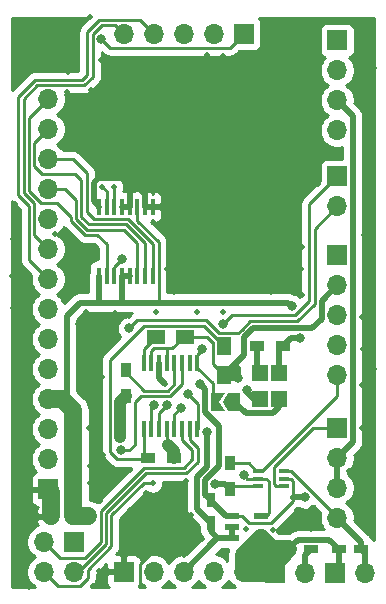
<source format=gtl>
%TF.GenerationSoftware,KiCad,Pcbnew,(5.1.6-0-10_14)*%
%TF.CreationDate,2021-04-14T19:14:16+09:00*%
%TF.ProjectId,qPCR-photosensing,71504352-2d70-4686-9f74-6f73656e7369,rev?*%
%TF.SameCoordinates,Original*%
%TF.FileFunction,Copper,L1,Top*%
%TF.FilePolarity,Positive*%
%FSLAX46Y46*%
G04 Gerber Fmt 4.6, Leading zero omitted, Abs format (unit mm)*
G04 Created by KiCad (PCBNEW (5.1.6-0-10_14)) date 2021-04-14 19:14:16*
%MOMM*%
%LPD*%
G01*
G04 APERTURE LIST*
%TA.AperFunction,SMDPad,CuDef*%
%ADD10R,0.355600X1.473200*%
%TD*%
%TA.AperFunction,SMDPad,CuDef*%
%ADD11R,1.500000X1.250000*%
%TD*%
%TA.AperFunction,SMDPad,CuDef*%
%ADD12R,1.200000X0.750000*%
%TD*%
%TA.AperFunction,SMDPad,CuDef*%
%ADD13R,0.750000X1.200000*%
%TD*%
%TA.AperFunction,SMDPad,CuDef*%
%ADD14R,0.900000X1.200000*%
%TD*%
%TA.AperFunction,SMDPad,CuDef*%
%ADD15R,1.200000X0.900000*%
%TD*%
%TA.AperFunction,ComponentPad*%
%ADD16O,1.700000X1.700000*%
%TD*%
%TA.AperFunction,ComponentPad*%
%ADD17R,1.700000X1.700000*%
%TD*%
%TA.AperFunction,SMDPad,CuDef*%
%ADD18R,1.250000X1.500000*%
%TD*%
%TA.AperFunction,SMDPad,CuDef*%
%ADD19R,1.270000X0.508000*%
%TD*%
%TA.AperFunction,SMDPad,CuDef*%
%ADD20R,0.850001X0.399999*%
%TD*%
%TA.AperFunction,SMDPad,CuDef*%
%ADD21R,1.400000X1.400000*%
%TD*%
%TA.AperFunction,SMDPad,CuDef*%
%ADD22C,0.100000*%
%TD*%
%TA.AperFunction,ViaPad*%
%ADD23C,0.508000*%
%TD*%
%TA.AperFunction,ViaPad*%
%ADD24C,0.800000*%
%TD*%
%TA.AperFunction,Conductor*%
%ADD25C,1.524000*%
%TD*%
%TA.AperFunction,Conductor*%
%ADD26C,0.508000*%
%TD*%
%TA.AperFunction,Conductor*%
%ADD27C,0.250000*%
%TD*%
%TA.AperFunction,Conductor*%
%ADD28C,1.016000*%
%TD*%
%TA.AperFunction,Conductor*%
%ADD29C,0.254000*%
%TD*%
G04 APERTURE END LIST*
D10*
%TO.P,U2,16*%
%TO.N,I2C_SCL*%
X95574999Y-84921000D03*
%TO.P,U2,15*%
%TO.N,I2C_SDA*%
X94924998Y-84921000D03*
%TO.P,U2,14*%
%TO.N,ADC_DRDY*%
X94274999Y-84921000D03*
%TO.P,U2,13*%
%TO.N,VCC_LOGIC*%
X93624998Y-84921000D03*
%TO.P,U2,12*%
X92974999Y-84921000D03*
%TO.P,U2,11*%
%TO.N,THERM_TEST1*%
X92325001Y-84921000D03*
%TO.P,U2,10*%
%TO.N,THERM_WELL*%
X91674999Y-84921000D03*
%TO.P,U2,9*%
%TO.N,VCC_LOGIC*%
X91025001Y-84921000D03*
%TO.P,U2,8*%
%TO.N,GND*%
X91025001Y-79079000D03*
%TO.P,U2,7*%
%TO.N,/PHOTO_OUT_N*%
X91675002Y-79079000D03*
%TO.P,U2,6*%
%TO.N,/PHOTO_OUT_P*%
X92325001Y-79079000D03*
%TO.P,U2,5*%
%TO.N,GND*%
X92975002Y-79079000D03*
%TO.P,U2,4*%
X93625001Y-79079000D03*
%TO.P,U2,3*%
%TO.N,VCC_LOGIC*%
X94274999Y-79079000D03*
%TO.P,U2,2*%
%TO.N,GND*%
X94925001Y-79079000D03*
%TO.P,U2,1*%
X95574999Y-79079000D03*
%TD*%
D11*
%TO.P,C1,2*%
%TO.N,PHOTO_GND*%
X98350000Y-90100000D03*
%TO.P,C1,1*%
%TO.N,Net-(C1-Pad1)*%
X95850000Y-90100000D03*
%TD*%
D12*
%TO.P,C4,1*%
%TO.N,/GAIN_SMALL*%
X113250000Y-108100000D03*
%TO.P,C4,2*%
%TO.N,PD_MUX_OUT*%
X111350000Y-108100000D03*
%TD*%
%TO.P,C5,2*%
%TO.N,GND*%
X86950000Y-105300000D03*
%TO.P,C5,1*%
%TO.N,VCC_LOGIC*%
X88850000Y-105300000D03*
%TD*%
%TO.P,C6,1*%
%TO.N,/GAIN_LARGE*%
X108950000Y-108100000D03*
%TO.P,C6,2*%
%TO.N,PD_MUX_OUT*%
X107050000Y-108100000D03*
%TD*%
D13*
%TO.P,C7,2*%
%TO.N,/AMP_OUT*%
X100500000Y-103950000D03*
%TO.P,C7,1*%
%TO.N,PHOTO_GND*%
X100500000Y-105850000D03*
%TD*%
D14*
%TO.P,R1,2*%
%TO.N,PHOTO_3V3*%
X93300000Y-95100000D03*
%TO.P,R1,1*%
%TO.N,Net-(R1-Pad1)*%
X93300000Y-92900000D03*
%TD*%
D15*
%TO.P,R2,1*%
%TO.N,Net-(C2-Pad1)*%
X95200000Y-100400000D03*
%TO.P,R2,2*%
%TO.N,PHOTO_3V3*%
X97400000Y-100400000D03*
%TD*%
%TO.P,R3,2*%
%TO.N,VCC_LOGIC*%
X106600000Y-90900000D03*
%TO.P,R3,1*%
%TO.N,Net-(R3-Pad1)*%
X104400000Y-90900000D03*
%TD*%
D10*
%TO.P,U1,16*%
%TO.N,XOUT*%
X99374999Y-97919400D03*
%TO.P,U1,15*%
%TO.N,DEMOD_SPI_SCLK*%
X98724998Y-97919400D03*
%TO.P,U1,14*%
%TO.N,DEMOD_SPI_SDIO*%
X98074999Y-97919400D03*
%TO.P,U1,13*%
%TO.N,PD_REF_PWM*%
X97424998Y-97919400D03*
%TO.P,U1,12*%
%TO.N,PHOTO_3V3*%
X96774999Y-97919400D03*
%TO.P,U1,11*%
%TO.N,/PHOTO_OUT_P*%
X96125001Y-97919400D03*
%TO.P,U1,10*%
%TO.N,/PHOTO_OUT_N*%
X95474999Y-97919400D03*
%TO.P,U1,9*%
%TO.N,Net-(C2-Pad1)*%
X94825001Y-97919400D03*
%TO.P,U1,8*%
%TO.N,Net-(C1-Pad1)*%
X94825001Y-92280600D03*
%TO.P,U1,7*%
%TO.N,PHOTO_GND*%
X95475002Y-92280600D03*
%TO.P,U1,6*%
%TO.N,/AMP_OUT*%
X96125001Y-92280600D03*
%TO.P,U1,5*%
%TO.N,PHOTO_GND*%
X96775002Y-92280600D03*
%TO.P,U1,4*%
%TO.N,Net-(R1-Pad1)*%
X97425001Y-92280600D03*
%TO.P,U1,3*%
%TO.N,DEMOD_SPI_CS*%
X98074999Y-92280600D03*
%TO.P,U1,2*%
%TO.N,N/C*%
X98725001Y-92280600D03*
%TO.P,U1,1*%
%TO.N,CLKIN*%
X99374999Y-92280600D03*
%TD*%
D16*
%TO.P,J1,14*%
%TO.N,THERM_WELL*%
X86730000Y-69980000D03*
%TO.P,J1,13*%
%TO.N,I2C_SDA*%
X86730000Y-72520000D03*
%TO.P,J1,12*%
%TO.N,I2C_SCL*%
X86730000Y-75060000D03*
%TO.P,J1,11*%
%TO.N,ADC_DRDY*%
X86730000Y-77600000D03*
%TO.P,J1,10*%
%TO.N,PD_REF_PWM*%
X86730000Y-80140000D03*
%TO.P,J1,9*%
%TO.N,PD_MUX_GPIO1*%
X86730000Y-82680000D03*
%TO.P,J1,8*%
%TO.N,PD_MUX_GPIO2*%
X86730000Y-85220000D03*
%TO.P,J1,7*%
%TO.N,PD_MUX_GPIO3*%
X86730000Y-87760000D03*
%TO.P,J1,6*%
%TO.N,PD_MUX_GPIO4*%
X86730000Y-90300000D03*
%TO.P,J1,5*%
%TO.N,PD_MUX_GPIO5*%
X86730000Y-92840000D03*
%TO.P,J1,4*%
%TO.N,VCC_LOGIC*%
X86730000Y-95380000D03*
%TO.P,J1,3*%
%TO.N,N/C*%
X86730000Y-97920000D03*
%TO.P,J1,2*%
X86730000Y-100460000D03*
D17*
%TO.P,J1,1*%
%TO.N,GND*%
X86730000Y-103000000D03*
%TD*%
%TO.P,R6,1*%
%TO.N,PD_MUX_OUT*%
X110980000Y-110130000D03*
D16*
%TO.P,R6,2*%
%TO.N,/GAIN_SMALL*%
X113520000Y-110130000D03*
%TD*%
%TO.P,JSPI1,4*%
%TO.N,DEMOD_SPI_CS*%
X86360000Y-110000000D03*
%TO.P,JSPI1,3*%
%TO.N,DEMOD_SPI_SDIO*%
X86360000Y-107460000D03*
%TO.P,JSPI1,2*%
%TO.N,DEMOD_SPI_SCLK*%
X88900000Y-110000000D03*
D17*
%TO.P,JSPI1,1*%
%TO.N,GND*%
X88900000Y-107460000D03*
%TD*%
D18*
%TO.P,C2,2*%
%TO.N,PHOTO_GND*%
X101600000Y-93350000D03*
%TO.P,C2,1*%
%TO.N,Net-(C2-Pad1)*%
X101600000Y-90850000D03*
%TD*%
D16*
%TO.P,J2,5*%
%TO.N,/AMP_GAIN_SW*%
X111200000Y-93360000D03*
%TO.P,J2,4*%
%TO.N,-1V*%
X111200000Y-90820000D03*
%TO.P,J2,3*%
%TO.N,PHOTO_3V3*%
X111200000Y-88280000D03*
%TO.P,J2,2*%
%TO.N,PHOTO_GND*%
X111200000Y-85740000D03*
D17*
%TO.P,J2,1*%
%TO.N,THERM_TEST1*%
X111200000Y-83200000D03*
%TD*%
D16*
%TO.P,J3,2*%
%TO.N,XOUT*%
X111200000Y-79040000D03*
D17*
%TO.P,J3,1*%
%TO.N,CLKIN*%
X111200000Y-76500000D03*
%TD*%
D16*
%TO.P,J8,4*%
%TO.N,/GAIN_SMALL*%
X111200000Y-105420000D03*
%TO.P,J8,3*%
%TO.N,PD_MUX_OUT*%
X111200000Y-102880000D03*
%TO.P,J8,2*%
X111200000Y-100340000D03*
D17*
%TO.P,J8,1*%
%TO.N,/GAIN_LARGE*%
X111200000Y-97800000D03*
%TD*%
D16*
%TO.P,J9,5*%
%TO.N,PD_MUX_OUT*%
X103298000Y-110000000D03*
%TO.P,J9,4*%
%TO.N,-1V*%
X100758000Y-110000000D03*
%TO.P,J9,3*%
%TO.N,PHOTO_GND*%
X98218000Y-110000000D03*
%TO.P,J9,2*%
%TO.N,VCC_LOGIC*%
X95678000Y-110000000D03*
D17*
%TO.P,J9,1*%
%TO.N,GND*%
X93138000Y-110000000D03*
%TD*%
%TO.P,J10,1*%
%TO.N,PD_MUX_GPIO5*%
X103298000Y-64440000D03*
D16*
%TO.P,J10,2*%
%TO.N,PD_MUX_GPIO4*%
X100758000Y-64440000D03*
%TO.P,J10,3*%
%TO.N,PD_MUX_GPIO3*%
X98218000Y-64440000D03*
%TO.P,J10,4*%
%TO.N,PD_MUX_GPIO2*%
X95678000Y-64440000D03*
%TO.P,J10,5*%
%TO.N,PD_MUX_GPIO1*%
X93138000Y-64440000D03*
%TD*%
D17*
%TO.P,R4,1*%
%TO.N,PD_MUX_OUT*%
X105900000Y-110130000D03*
D16*
%TO.P,R4,2*%
%TO.N,/GAIN_LARGE*%
X108440000Y-110130000D03*
%TD*%
D19*
%TO.P,U3,5*%
%TO.N,PHOTO_3V3*%
X104719200Y-105249999D03*
%TO.P,U3,4*%
%TO.N,PD_MUX_OUT*%
X104719200Y-107150001D03*
%TO.P,U3,3*%
%TO.N,PHOTO_GND*%
X102280800Y-107150001D03*
%TO.P,U3,2*%
X102280800Y-106200000D03*
%TO.P,U3,1*%
%TO.N,/AMP_OUT*%
X102280800Y-105249999D03*
%TD*%
D20*
%TO.P,U4,1*%
%TO.N,/AMP_GAIN_SW*%
X104475001Y-101449999D03*
%TO.P,U4,2*%
%TO.N,PHOTO_3V3*%
X104475001Y-102100000D03*
%TO.P,U4,3*%
%TO.N,-1V*%
X104475001Y-102749999D03*
%TO.P,U4,4*%
%TO.N,/GAIN_LARGE*%
X106725002Y-102749999D03*
%TO.P,U4,5*%
%TO.N,/AMP_OUT*%
X106725002Y-102100000D03*
%TO.P,U4,6*%
%TO.N,/GAIN_SMALL*%
X106725002Y-101449999D03*
%TD*%
D21*
%TO.P,U5,1*%
%TO.N,Net-(R3-Pad1)*%
X104700000Y-93200000D03*
%TO.P,U5,2*%
%TO.N,GND*%
X104700000Y-95400000D03*
%TO.P,U5,3*%
%TO.N,Net-(JP1-Pad1)*%
X106300000Y-95400000D03*
%TO.P,U5,4*%
%TO.N,VCC_LOGIC*%
X106300000Y-93200000D03*
%TD*%
%TA.AperFunction,SMDPad,CuDef*%
D22*
%TO.P,JP1,2*%
%TO.N,CLKIN*%
G36*
X100550000Y-94850000D02*
G01*
X101700000Y-94850000D01*
X101200000Y-95600000D01*
X101700000Y-96350000D01*
X100550000Y-96350000D01*
X100550000Y-94850000D01*
G37*
%TD.AperFunction*%
%TA.AperFunction,SMDPad,CuDef*%
%TO.P,JP1,1*%
%TO.N,Net-(JP1-Pad1)*%
G36*
X101500000Y-95600000D02*
G01*
X102000000Y-94850000D01*
X103000000Y-94850000D01*
X103000000Y-96350000D01*
X102000000Y-96350000D01*
X101500000Y-95600000D01*
G37*
%TD.AperFunction*%
%TD*%
D14*
%TO.P,R5,2*%
%TO.N,-1V*%
X102100000Y-103000000D03*
%TO.P,R5,1*%
%TO.N,/AMP_GAIN_SW*%
X102100000Y-100800000D03*
%TD*%
D16*
%TO.P,J4,4*%
%TO.N,/AMP_OUT*%
X111200000Y-72620000D03*
%TO.P,J4,3*%
%TO.N,PD_MUX_OUT*%
X111200000Y-70080000D03*
%TO.P,J4,2*%
%TO.N,/PHOTO_OUT_P*%
X111200000Y-67540000D03*
D17*
%TO.P,J4,1*%
%TO.N,/PHOTO_OUT_N*%
X111200000Y-65000000D03*
%TD*%
D23*
%TO.N,GND*%
X90270000Y-63020000D03*
X88890000Y-64370000D03*
X83880000Y-63360000D03*
X86900000Y-63390000D03*
X84000000Y-66340000D03*
X86360000Y-66340000D03*
X85650000Y-64980000D03*
X83950000Y-78880000D03*
X85220000Y-92310000D03*
X83850000Y-90460000D03*
X83690000Y-84990000D03*
X83800000Y-81840000D03*
X83780000Y-87680000D03*
X83920000Y-94390000D03*
X85650000Y-94160000D03*
X85580000Y-96580000D03*
X85530000Y-99120000D03*
X85440000Y-101500000D03*
X85270000Y-104610000D03*
X85440000Y-106080000D03*
X85270000Y-108680000D03*
X85100000Y-111250000D03*
X84050000Y-110050000D03*
X83990000Y-107240000D03*
X84020000Y-103550000D03*
X83990000Y-100730000D03*
X84050000Y-97860000D03*
X90570000Y-111180000D03*
X91070000Y-109930000D03*
X94560000Y-111180000D03*
X96920000Y-111020000D03*
X99490000Y-111060000D03*
X102030000Y-111010000D03*
X94463800Y-77536200D03*
D24*
X103555550Y-94623360D03*
D23*
X88400000Y-67700000D03*
X89200000Y-66900000D03*
X87800000Y-74000000D03*
X87800000Y-71300000D03*
X88300000Y-69400000D03*
X91200000Y-66700000D03*
X90400000Y-69200000D03*
X89200000Y-70500000D03*
X89100000Y-72500000D03*
X89600000Y-74500000D03*
X91600000Y-76000000D03*
X91100000Y-73800000D03*
X91100000Y-71700000D03*
X92400000Y-68200000D03*
X92200000Y-70300000D03*
X92600000Y-72600000D03*
X92900000Y-74500000D03*
X94700000Y-73000000D03*
X94500000Y-70900000D03*
X94200000Y-69000000D03*
X93900000Y-67000000D03*
X96100000Y-66800000D03*
X96500000Y-68400000D03*
X96600000Y-70300000D03*
X98800000Y-69000000D03*
X98800000Y-67400000D03*
X100200000Y-66200000D03*
X101500000Y-66300000D03*
X104900000Y-65200000D03*
X105100000Y-63300000D03*
X106800000Y-64500000D03*
X109000000Y-63400000D03*
X109200000Y-65400000D03*
X112600000Y-63500000D03*
X113200000Y-66200000D03*
X112900000Y-68800000D03*
X113600000Y-70600000D03*
X114300000Y-67300000D03*
X114100000Y-64900000D03*
X114000000Y-72700000D03*
X114100000Y-75500000D03*
X113600000Y-77000000D03*
X114100000Y-79900000D03*
X113500000Y-81500000D03*
X114000000Y-83300000D03*
X113700000Y-85200000D03*
X114200000Y-87000000D03*
X113300000Y-88400000D03*
X114200000Y-89700000D03*
X113400000Y-91100000D03*
X114300000Y-92800000D03*
X113300000Y-94200000D03*
X114100000Y-96000000D03*
X113300000Y-97800000D03*
X114100000Y-99800000D03*
X112200000Y-101500000D03*
X113800000Y-103000000D03*
X113500000Y-104500000D03*
X114000000Y-106400000D03*
X109000000Y-106400000D03*
X107200000Y-106500000D03*
X105800000Y-106500000D03*
X107800000Y-104800000D03*
X108100000Y-105700000D03*
X109100000Y-104600000D03*
X103500000Y-106400000D03*
X101800000Y-108500000D03*
X99800000Y-107200000D03*
X98200000Y-108600000D03*
X96500000Y-107700000D03*
X95100000Y-106400000D03*
X93700000Y-104800000D03*
X95000000Y-103300000D03*
X95900000Y-104700000D03*
X97000000Y-106100000D03*
X96700000Y-102700000D03*
X98400000Y-102300000D03*
X97400000Y-103700000D03*
X98800000Y-105200000D03*
X91100000Y-104000000D03*
X90300000Y-102500000D03*
X90300000Y-101000000D03*
X91400000Y-100100000D03*
X92100000Y-101300000D03*
X93700000Y-101400000D03*
X91900000Y-102500000D03*
X90200000Y-97800000D03*
X91100000Y-96600000D03*
X89400000Y-94800000D03*
X91300000Y-93500000D03*
X89400000Y-93000000D03*
X91200000Y-90900000D03*
X89300000Y-89000000D03*
X89900000Y-88000000D03*
X90100000Y-90900000D03*
X92400000Y-88100000D03*
X93600000Y-88300000D03*
X95900000Y-88000000D03*
X99300000Y-88000000D03*
X101500000Y-88000000D03*
X88100000Y-87100000D03*
X90000000Y-86100000D03*
X87900000Y-84100000D03*
X90000000Y-83300000D03*
X88500000Y-85600000D03*
X87300000Y-81400000D03*
X88600000Y-82000000D03*
X94100000Y-76300000D03*
X95900000Y-74600000D03*
X98200000Y-72300000D03*
X100300000Y-70100000D03*
X103100000Y-67400000D03*
X109500000Y-67500000D03*
X106300000Y-67500000D03*
X102800000Y-69600000D03*
X104100000Y-72200000D03*
X100400000Y-74200000D03*
X101800000Y-72200000D03*
X98100000Y-75600000D03*
X96300000Y-77200000D03*
X99500000Y-78100000D03*
X97100000Y-79600000D03*
X103900000Y-74200000D03*
X101500000Y-76400000D03*
X105900000Y-70000000D03*
X108300000Y-69400000D03*
X108700000Y-71800000D03*
X106700000Y-73500000D03*
X110100000Y-71400000D03*
X111000000Y-74500000D03*
X109600000Y-77200000D03*
X108600000Y-75200000D03*
X105900000Y-76400000D03*
X103500000Y-77900000D03*
X100200000Y-79900000D03*
X97800000Y-81800000D03*
X96800000Y-84400000D03*
X97400000Y-86300000D03*
X100100000Y-84600000D03*
X101800000Y-86200000D03*
X103900000Y-84400000D03*
X105600000Y-86300000D03*
X108100000Y-84400000D03*
X108200000Y-86600000D03*
X108200000Y-82500000D03*
X105000000Y-82600000D03*
X101400000Y-82700000D03*
X103200000Y-80700000D03*
X105900000Y-79500000D03*
X107800000Y-78100000D03*
X107400000Y-80900000D03*
%TO.N,VCC_LOGIC*%
X90100000Y-105300000D03*
D24*
X108036130Y-90236130D03*
X107374857Y-87499837D03*
D23*
%TO.N,/AMP_OUT*%
X96623762Y-94100000D03*
D24*
X99600000Y-94100000D03*
X108500000Y-103700000D03*
%TO.N,PD_REF_PWM*%
X98000000Y-96100000D03*
%TO.N,PD_MUX_GPIO5*%
X91230000Y-64890000D03*
%TO.N,THERM_TEST1*%
X93000000Y-83500000D03*
D23*
%TO.N,DEMOD_SPI_CS*%
X95600000Y-102500000D03*
D24*
X92900000Y-99700000D03*
%TO.N,PHOTO_GND*%
X100152801Y-98192000D03*
X102800000Y-93600000D03*
%TO.N,-1V*%
X100900000Y-102600000D03*
%TO.N,PHOTO_3V3*%
X103300000Y-101800000D03*
X96900000Y-99300000D03*
X92800000Y-98600000D03*
%TO.N,XOUT*%
X93582346Y-89382346D03*
X98605439Y-94954000D03*
%TO.N,CLKIN*%
X101505858Y-89049999D03*
X99800000Y-91100000D03*
D23*
%TO.N,/PHOTO_OUT_P*%
X92300000Y-77400000D03*
D24*
X96800000Y-95900000D03*
D23*
%TO.N,/PHOTO_OUT_N*%
X91300000Y-77400000D03*
D24*
X95700000Y-95900000D03*
%TD*%
D25*
%TO.N,GND*%
X86950000Y-103220000D02*
X86730000Y-103000000D01*
X86950000Y-105300000D02*
X86950000Y-103220000D01*
D26*
X93619600Y-76691999D02*
X94213800Y-77286200D01*
X94213800Y-77286200D02*
X94463800Y-77536200D01*
X93625001Y-79079000D02*
X93625001Y-77834400D01*
X94463800Y-77536200D02*
X94925001Y-77997400D01*
X93625001Y-77834400D02*
X93923201Y-77536200D01*
X93923201Y-77536200D02*
X94463800Y-77536200D01*
X91025001Y-79079000D02*
X91025001Y-79074999D01*
X91025001Y-79074999D02*
X90591999Y-78641997D01*
X90591999Y-78641997D02*
X90591999Y-77060159D01*
X90960159Y-76691999D02*
X93619600Y-76691999D01*
X90591999Y-77060159D02*
X90960159Y-76691999D01*
X94925001Y-77997400D02*
X94925001Y-79079000D01*
X94925001Y-79079000D02*
X95574999Y-79079000D01*
X92975002Y-79079000D02*
X93625001Y-79079000D01*
X104200000Y-95400000D02*
X103500000Y-94700000D01*
X104700000Y-95400000D02*
X104200000Y-95400000D01*
D27*
X94502999Y-111122999D02*
X94560000Y-111180000D01*
X94502999Y-109337791D02*
X94502999Y-111122999D01*
X96140790Y-107700000D02*
X94502999Y-109337791D01*
X96500000Y-107700000D02*
X96140790Y-107700000D01*
%TO.N,Net-(C1-Pad1)*%
X95850000Y-90100000D02*
X95475002Y-90474998D01*
X94825001Y-91124999D02*
X94825001Y-92280600D01*
X95850000Y-90100000D02*
X94825001Y-91124999D01*
%TO.N,Net-(C2-Pad1)*%
X94825001Y-100025001D02*
X95200000Y-100400000D01*
X94825001Y-97919400D02*
X94825001Y-100025001D01*
X94974999Y-100625001D02*
X95200000Y-100400000D01*
X95174999Y-100425001D02*
X95200000Y-100400000D01*
X92551999Y-100425001D02*
X95174999Y-100425001D01*
X91966990Y-92023008D02*
X91966990Y-99839992D01*
X99899999Y-89149999D02*
X94839999Y-89149999D01*
X91966990Y-99839992D02*
X92551999Y-100425001D01*
X94839999Y-89149999D02*
X91966990Y-92023008D01*
X101600000Y-90850000D02*
X99899999Y-89149999D01*
D26*
%TO.N,PD_MUX_OUT*%
X111350000Y-109760000D02*
X110980000Y-110130000D01*
X111350000Y-108100000D02*
X111350000Y-109760000D01*
X105050001Y-107150001D02*
X104719200Y-107150001D01*
X105770000Y-110000000D02*
X105900000Y-110130000D01*
X107879001Y-107270999D02*
X107050000Y-108100000D01*
X110520999Y-107270999D02*
X107879001Y-107270999D01*
X111350000Y-108100000D02*
X110520999Y-107270999D01*
X111200000Y-102880000D02*
X111200000Y-100340000D01*
D25*
X103298000Y-108571201D02*
X104719200Y-107150001D01*
X103298000Y-110000000D02*
X103298000Y-108571201D01*
X103428000Y-110130000D02*
X103298000Y-110000000D01*
X105900000Y-110130000D02*
X103428000Y-110130000D01*
X105669199Y-108100000D02*
X104719200Y-107150001D01*
X107050000Y-108100000D02*
X105669199Y-108100000D01*
X105900000Y-109250000D02*
X107050000Y-108100000D01*
X105900000Y-110130000D02*
X105900000Y-109250000D01*
X105900000Y-110130000D02*
X105730000Y-110130000D01*
X105730000Y-110130000D02*
X104600000Y-109000000D01*
D26*
X112504001Y-99035999D02*
X111200000Y-100340000D01*
X112504001Y-71384001D02*
X112504001Y-99035999D01*
X111200000Y-70080000D02*
X112504001Y-71384001D01*
D25*
%TO.N,VCC_LOGIC*%
X88850000Y-96297919D02*
X88850000Y-105300000D01*
X87932081Y-95380000D02*
X88850000Y-96297919D01*
X86730000Y-95380000D02*
X87932081Y-95380000D01*
X88850000Y-105300000D02*
X90100000Y-105300000D01*
D26*
X93624998Y-84921000D02*
X93033011Y-84921000D01*
X106300000Y-91200000D02*
X106600000Y-90900000D01*
X106300000Y-93200000D02*
X106300000Y-91200000D01*
X92974999Y-87174999D02*
X93000000Y-87200000D01*
X92974999Y-84921000D02*
X92974999Y-87174999D01*
X88300000Y-88300000D02*
X88300000Y-95012081D01*
X88300000Y-95012081D02*
X87932081Y-95380000D01*
X89400000Y-87200000D02*
X88300000Y-88300000D01*
X91025001Y-87025001D02*
X91200000Y-87200000D01*
X91025001Y-84921000D02*
X91025001Y-87025001D01*
X91200000Y-87200000D02*
X89400000Y-87200000D01*
X93000000Y-87200000D02*
X91200000Y-87200000D01*
X93000000Y-87200000D02*
X95700000Y-87200000D01*
X107263870Y-90236130D02*
X106600000Y-90900000D01*
X108036130Y-90236130D02*
X107263870Y-90236130D01*
X107075020Y-87200000D02*
X107374857Y-87499837D01*
D27*
X96077800Y-87122200D02*
X96000000Y-87200000D01*
X94274999Y-79079000D02*
X94274999Y-80274999D01*
X96077800Y-82077800D02*
X96077800Y-87122200D01*
X94274999Y-80274999D02*
X96077800Y-82077800D01*
D26*
X96000000Y-87200000D02*
X107075020Y-87200000D01*
X95700000Y-87200000D02*
X96000000Y-87200000D01*
%TO.N,/AMP_OUT*%
X96125001Y-93601239D02*
X96125001Y-92280600D01*
X96623762Y-94100000D02*
X96125001Y-93601239D01*
D27*
X103165800Y-105249999D02*
X102280800Y-105249999D01*
X105614201Y-105829000D02*
X103744801Y-105829000D01*
X107475004Y-103968197D02*
X105614201Y-105829000D01*
X107285005Y-102100000D02*
X107475004Y-102289999D01*
X103744801Y-105829000D02*
X103165800Y-105249999D01*
X106725002Y-102100000D02*
X107285005Y-102100000D01*
D26*
X100500000Y-103950000D02*
X100500000Y-104000000D01*
X101749999Y-105249999D02*
X102280800Y-105249999D01*
X100500000Y-104000000D02*
X101749999Y-105249999D01*
X107500000Y-103700000D02*
X107475004Y-103724996D01*
X108500000Y-103700000D02*
X107500000Y-103700000D01*
D27*
X107475004Y-103724996D02*
X107475004Y-103968197D01*
X107475004Y-102289999D02*
X107475004Y-103724996D01*
D26*
X100006800Y-102229278D02*
X100006800Y-103456800D01*
X99600000Y-94100000D02*
X100006800Y-94506800D01*
X101195999Y-101040079D02*
X100006800Y-102229278D01*
X101195999Y-97638067D02*
X101195999Y-101040079D01*
X100006800Y-96448868D02*
X101195999Y-97638067D01*
X100006800Y-103456800D02*
X100500000Y-103950000D01*
X100006800Y-94506800D02*
X100006800Y-96448868D01*
D27*
%TO.N,THERM_WELL*%
X85104990Y-77713992D02*
X85104990Y-71605010D01*
X86165999Y-78775001D02*
X85104990Y-77713992D01*
X85104990Y-71605010D02*
X86730000Y-69980000D01*
X87075001Y-78775001D02*
X86165999Y-78775001D01*
X87104003Y-78775001D02*
X87075001Y-78775001D01*
X89817811Y-81490629D02*
X90900000Y-81490630D01*
X91674999Y-82265629D02*
X91674999Y-84921000D01*
X88649971Y-80322791D02*
X89817811Y-81490629D01*
X87475001Y-78775001D02*
X88649970Y-79949970D01*
X88649970Y-79949970D02*
X88649971Y-80322791D01*
X90900000Y-81490630D02*
X91674999Y-82265629D01*
X87075001Y-78775001D02*
X87475001Y-78775001D01*
%TO.N,I2C_SDA*%
X86180000Y-76280000D02*
X85554999Y-75654999D01*
X88980000Y-76280000D02*
X86180000Y-76280000D01*
X89549990Y-76849990D02*
X88980000Y-76280000D01*
X85554999Y-75654999D02*
X85554999Y-73695001D01*
X90190611Y-80590611D02*
X89549990Y-79949990D01*
X94924998Y-84321000D02*
X94924998Y-82197818D01*
X93317791Y-80590611D02*
X90190611Y-80590611D01*
X85554999Y-73695001D02*
X86730000Y-72520000D01*
X89549990Y-79949990D02*
X89549990Y-76849990D01*
X94924998Y-82197818D02*
X93317791Y-80590611D01*
%TO.N,I2C_SCL*%
X86730000Y-75060000D02*
X86830620Y-74959380D01*
X86940030Y-74849970D02*
X86730000Y-75060000D01*
X88860000Y-75060000D02*
X86730000Y-75060000D01*
X90000000Y-76200000D02*
X88860000Y-75060000D01*
X93504191Y-80140601D02*
X90587200Y-80140601D01*
X90000000Y-79553401D02*
X90000000Y-76200000D01*
X90587200Y-80140601D02*
X90000000Y-79553401D01*
X95574999Y-82211409D02*
X93504191Y-80140601D01*
X95574999Y-84321000D02*
X95574999Y-82211409D01*
%TO.N,ADC_DRDY*%
X86730000Y-77764588D02*
X86730000Y-77600000D01*
X86730000Y-77470000D02*
X86730000Y-77600000D01*
X88200000Y-77600000D02*
X86730000Y-77600000D01*
X89099980Y-78499980D02*
X88200000Y-77600000D01*
X89099980Y-80136390D02*
X89099980Y-78499980D01*
X90004210Y-81040620D02*
X89099980Y-80136390D01*
X93131391Y-81040621D02*
X90004210Y-81040620D01*
X94274999Y-82184229D02*
X93131391Y-81040621D01*
X94274999Y-84321000D02*
X94274999Y-82184229D01*
%TO.N,PD_REF_PWM*%
X97424998Y-96675002D02*
X97424998Y-97919400D01*
X98000000Y-96100000D02*
X97424998Y-96675002D01*
%TO.N,PD_MUX_GPIO1*%
X84654981Y-77900393D02*
X85554999Y-78800411D01*
X84654980Y-69943218D02*
X84654981Y-77900393D01*
X90504999Y-68095001D02*
X89800000Y-68800000D01*
X85554999Y-81504999D02*
X86730000Y-82680000D01*
X85554999Y-78800411D02*
X85554999Y-81504999D01*
X89800000Y-68800000D02*
X85798198Y-68800000D01*
X93138000Y-64440000D02*
X92413009Y-63715009D01*
X90504999Y-64485001D02*
X90504999Y-68095001D01*
X85798198Y-68800000D02*
X84654980Y-69943218D01*
X91274991Y-63715009D02*
X90504999Y-64485001D01*
X92413009Y-63715009D02*
X91274991Y-63715009D01*
%TO.N,PD_MUX_GPIO2*%
X85104989Y-78986811D02*
X85104989Y-83594989D01*
X84204972Y-78086792D02*
X85104989Y-78986811D01*
X84204971Y-69756817D02*
X84204972Y-78086792D01*
X89613600Y-68349990D02*
X85611797Y-68349991D01*
X85611797Y-68349991D02*
X84204971Y-69756817D01*
X90054989Y-64298601D02*
X90054989Y-67908601D01*
X85104989Y-83594989D02*
X86730000Y-85220000D01*
X90054989Y-67908601D02*
X89613600Y-68349990D01*
X95678000Y-64440000D02*
X94502999Y-63264999D01*
X91069589Y-63264999D02*
X91069589Y-63284001D01*
X91069589Y-63284001D02*
X90054989Y-64298601D01*
X94502999Y-63264999D02*
X91069589Y-63264999D01*
%TO.N,PD_MUX_GPIO5*%
X91955001Y-65615001D02*
X102122999Y-65615001D01*
X91230000Y-64890000D02*
X91955001Y-65615001D01*
X102122999Y-65615001D02*
X103298000Y-64440000D01*
%TO.N,THERM_TEST1*%
X92325001Y-84174999D02*
X93000000Y-83500000D01*
X92325001Y-84921000D02*
X92325001Y-84174999D01*
%TO.N,/AMP_GAIN_SW*%
X102100000Y-100800000D02*
X103700000Y-100800000D01*
X104349999Y-101449999D02*
X104475001Y-101449999D01*
X103700000Y-100800000D02*
X104349999Y-101449999D01*
X104878591Y-101449999D02*
X104475001Y-101449999D01*
X111200000Y-95128590D02*
X104878591Y-101449999D01*
X111200000Y-93360000D02*
X111200000Y-95128590D01*
%TO.N,DEMOD_SPI_CS*%
X98019400Y-92280600D02*
X98074999Y-92280600D01*
X98100000Y-92305601D02*
X98074999Y-92280600D01*
X98074999Y-94104015D02*
X97049996Y-95129018D01*
X94075001Y-95624999D02*
X94075001Y-99224999D01*
X94570982Y-95129018D02*
X94075001Y-95624999D01*
X97049996Y-95129018D02*
X94570982Y-95129018D01*
X98074999Y-92280600D02*
X98074999Y-94104015D01*
X93600000Y-99700000D02*
X92900000Y-99700000D01*
X94075001Y-99224999D02*
X93600000Y-99700000D01*
X92087029Y-105222547D02*
X94809576Y-102500000D01*
X92087029Y-107830791D02*
X92087029Y-105222547D01*
X90075001Y-109842821D02*
X92087029Y-107830791D01*
X87535001Y-111175001D02*
X89464001Y-111175001D01*
X90075001Y-110564001D02*
X90075001Y-109842821D01*
X89464001Y-111175001D02*
X90075001Y-110564001D01*
X94809576Y-102500000D02*
X95600000Y-102500000D01*
X86360000Y-110000000D02*
X87535001Y-111175001D01*
%TO.N,DEMOD_SPI_SDIO*%
X98950010Y-99678598D02*
X98074999Y-98803587D01*
X94861755Y-101175001D02*
X98260001Y-101175001D01*
X91187010Y-104849746D02*
X94861755Y-101175001D01*
X91187010Y-107457992D02*
X91187010Y-104849746D01*
X98950010Y-100484992D02*
X98950010Y-99678598D01*
X89820003Y-108824999D02*
X91187010Y-107457992D01*
X87724999Y-108824999D02*
X89820003Y-108824999D01*
X98074999Y-98803587D02*
X98074999Y-97919400D01*
X98260001Y-101175001D02*
X98950010Y-100484992D01*
X86360000Y-107460000D02*
X87724999Y-108824999D01*
%TO.N,DEMOD_SPI_SCLK*%
X98724998Y-98817176D02*
X98724998Y-97919400D01*
X99400020Y-99492198D02*
X98724998Y-98817176D01*
X99400020Y-100671392D02*
X99400020Y-99492198D01*
X95048155Y-101625011D02*
X98446402Y-101625010D01*
X91637020Y-105036146D02*
X95048155Y-101625011D01*
X98446402Y-101625010D02*
X99400020Y-100671392D01*
X91637020Y-107644392D02*
X91637020Y-105036146D01*
X89281412Y-110000000D02*
X91637020Y-107644392D01*
X88900000Y-110000000D02*
X89281412Y-110000000D01*
%TO.N,Net-(R1-Pad1)*%
X93300000Y-93100000D02*
X93300000Y-92900000D01*
X94879008Y-94679008D02*
X93300000Y-93100000D01*
X96863596Y-94679008D02*
X94879008Y-94679008D01*
X97425001Y-94117603D02*
X96863596Y-94679008D01*
X97425001Y-92280600D02*
X97425001Y-94117603D01*
D26*
%TO.N,Net-(R3-Pad1)*%
X104400000Y-92900000D02*
X104700000Y-93200000D01*
X104400000Y-90900000D02*
X104400000Y-92900000D01*
%TO.N,PHOTO_GND*%
X101067999Y-107150001D02*
X102280800Y-107150001D01*
X98218000Y-110000000D02*
X101067999Y-107150001D01*
X102280800Y-106200000D02*
X102280800Y-107150001D01*
X100500000Y-106582002D02*
X101067999Y-107150001D01*
X100500000Y-105850000D02*
X100500000Y-106582002D01*
D27*
X95475002Y-91294000D02*
X95719001Y-91050001D01*
X95475002Y-92280600D02*
X95475002Y-91294000D01*
X98200000Y-90100000D02*
X98350000Y-90100000D01*
X97249999Y-91050001D02*
X98200000Y-90100000D01*
X96775002Y-91075004D02*
X96749999Y-91050001D01*
X96775002Y-92280600D02*
X96775002Y-91075004D01*
X96749999Y-91050001D02*
X97249999Y-91050001D01*
X95719001Y-91050001D02*
X96749999Y-91050001D01*
X100649999Y-92399999D02*
X101600000Y-93350000D01*
X100649999Y-90536409D02*
X100649999Y-92399999D01*
X100613590Y-90500000D02*
X100649999Y-90536409D01*
X98350000Y-90100000D02*
X100200000Y-90100000D01*
X100600000Y-90500000D02*
X100613590Y-90500000D01*
X100200000Y-90100000D02*
X100600000Y-90500000D01*
D26*
X103345999Y-90086799D02*
X104050669Y-89382129D01*
X103345999Y-91604001D02*
X103345999Y-90086799D01*
X104050669Y-89382129D02*
X109082129Y-89382129D01*
X109895999Y-87044001D02*
X111200000Y-85740000D01*
X109895999Y-88568259D02*
X109895999Y-87044001D01*
X109082129Y-89382129D02*
X109895999Y-88568259D01*
X100152801Y-101082000D02*
X100152801Y-98192000D01*
X99298790Y-101936011D02*
X100152801Y-101082000D01*
X99298790Y-104648790D02*
X99298790Y-101936011D01*
X100500000Y-105850000D02*
X99298790Y-104648790D01*
X102125000Y-92925000D02*
X102025000Y-92925000D01*
X102025000Y-92925000D02*
X103345999Y-91604001D01*
X101600000Y-93350000D02*
X102025000Y-92925000D01*
X101600000Y-93350000D02*
X101850000Y-93350000D01*
X102100000Y-93600000D02*
X102800000Y-93600000D01*
X101850000Y-93350000D02*
X102100000Y-93600000D01*
X102800000Y-93600000D02*
X102800000Y-92700000D01*
X102450000Y-93050000D02*
X102250000Y-93050000D01*
X102800000Y-92700000D02*
X102450000Y-93050000D01*
X102250000Y-93050000D02*
X102125000Y-92925000D01*
%TO.N,/GAIN_SMALL*%
X113520000Y-108370000D02*
X113250000Y-108100000D01*
X113520000Y-110130000D02*
X113520000Y-108370000D01*
X113250000Y-107470000D02*
X111200000Y-105420000D01*
X113250000Y-108100000D02*
X113250000Y-107470000D01*
D27*
X111200000Y-105364996D02*
X111200000Y-105420000D01*
X107285003Y-101449999D02*
X111200000Y-105364996D01*
X106725002Y-101449999D02*
X107285003Y-101449999D01*
D26*
%TO.N,/GAIN_LARGE*%
X108440000Y-108610000D02*
X108950000Y-108100000D01*
X108440000Y-110130000D02*
X108440000Y-108610000D01*
D27*
X109165000Y-97800000D02*
X111200000Y-97800000D01*
X105850010Y-101114990D02*
X109165000Y-97800000D01*
X105850010Y-102550007D02*
X105850010Y-101114990D01*
X106050002Y-102749999D02*
X105850010Y-102550007D01*
X106725002Y-102749999D02*
X106050002Y-102749999D01*
D26*
%TO.N,-1V*%
X101700000Y-102600000D02*
X102100000Y-103000000D01*
X100900000Y-102600000D02*
X101700000Y-102600000D01*
D27*
X102350001Y-102749999D02*
X102100000Y-103000000D01*
X104475001Y-102749999D02*
X102350001Y-102749999D01*
%TO.N,PHOTO_3V3*%
X105150001Y-102100000D02*
X105400000Y-102349999D01*
X104475001Y-102100000D02*
X105150001Y-102100000D01*
X105400000Y-102349999D02*
X105400000Y-105000000D01*
X105150001Y-105249999D02*
X104719200Y-105249999D01*
X105400000Y-105000000D02*
X105150001Y-105249999D01*
X103600000Y-102100000D02*
X103300000Y-101800000D01*
X104475001Y-102100000D02*
X103600000Y-102100000D01*
D28*
X97400000Y-99800000D02*
X97400000Y-100341991D01*
X96900000Y-99300000D02*
X97400000Y-99800000D01*
X92800000Y-95600000D02*
X93300000Y-95100000D01*
X92800000Y-97900000D02*
X92800000Y-95600000D01*
D27*
X96774999Y-99174999D02*
X96900000Y-99300000D01*
X96774999Y-97919400D02*
X96774999Y-99174999D01*
D28*
X92800000Y-97900000D02*
X92800000Y-98591999D01*
D27*
%TO.N,XOUT*%
X98605439Y-94954000D02*
X99400000Y-95748561D01*
X99400000Y-97894399D02*
X99374999Y-97919400D01*
X99400000Y-95748561D02*
X99400000Y-97894399D01*
X103106167Y-89507789D02*
X103810836Y-88803119D01*
X109300000Y-80940000D02*
X111200000Y-79040000D01*
X102838956Y-89774999D02*
X103106167Y-89507789D01*
X107796881Y-88803119D02*
X109300000Y-87300000D01*
X100086400Y-88699990D02*
X101161409Y-89774999D01*
X103810836Y-88803119D02*
X107796881Y-88803119D01*
X101161409Y-89774999D02*
X102838956Y-89774999D01*
X94264702Y-88699990D02*
X100086400Y-88699990D01*
X109300000Y-87300000D02*
X109300000Y-80940000D01*
X93582346Y-89382346D02*
X94264702Y-88699990D01*
%TO.N,CLKIN*%
X100649999Y-95199999D02*
X100649999Y-94049999D01*
X101050000Y-95600000D02*
X100649999Y-95199999D01*
X99374999Y-92774999D02*
X99374999Y-92280600D01*
X100649999Y-94049999D02*
X99374999Y-92774999D01*
X111200000Y-76500000D02*
X108849990Y-78850010D01*
X108849990Y-87050010D02*
X107650020Y-88249980D01*
X108849990Y-78850010D02*
X108849990Y-87050010D01*
X102305877Y-88249980D02*
X101505858Y-89049999D01*
X107650020Y-88249980D02*
X102305877Y-88249980D01*
X99800000Y-91100000D02*
X99800000Y-91200000D01*
X99374999Y-91625001D02*
X99374999Y-92280600D01*
X99800000Y-91200000D02*
X99374999Y-91625001D01*
%TO.N,/PHOTO_OUT_P*%
X92300000Y-77400000D02*
X92300000Y-79053999D01*
X92300000Y-79053999D02*
X92325001Y-79079000D01*
X96125001Y-96574999D02*
X96800000Y-95900000D01*
X96125001Y-97919400D02*
X96125001Y-96574999D01*
%TO.N,/PHOTO_OUT_N*%
X91300000Y-77400000D02*
X91675002Y-77775002D01*
X91675002Y-77775002D02*
X91675002Y-79079000D01*
X95474999Y-96125001D02*
X95700000Y-95900000D01*
X95474999Y-97919400D02*
X95474999Y-96125001D01*
D26*
%TO.N,Net-(JP1-Pad1)*%
X105763201Y-96554001D02*
X103454001Y-96554001D01*
X103454001Y-96554001D02*
X102500000Y-95600000D01*
X106300000Y-96017202D02*
X105763201Y-96554001D01*
X106300000Y-95400000D02*
X106300000Y-96017202D01*
%TD*%
D29*
%TO.N,GND*%
G36*
X97064525Y-110946632D02*
G01*
X97271368Y-111153475D01*
X97513107Y-111315000D01*
X96382893Y-111315000D01*
X96624632Y-111153475D01*
X96831475Y-110946632D01*
X96948000Y-110772240D01*
X97064525Y-110946632D01*
G37*
X97064525Y-110946632D02*
X97271368Y-111153475D01*
X97513107Y-111315000D01*
X96382893Y-111315000D01*
X96624632Y-111153475D01*
X96831475Y-110946632D01*
X96948000Y-110772240D01*
X97064525Y-110946632D01*
G36*
X94731368Y-111153475D02*
G01*
X94973107Y-111315000D01*
X94422351Y-111315000D01*
X94439185Y-111301185D01*
X94518537Y-111204494D01*
X94577502Y-111094180D01*
X94599513Y-111021620D01*
X94731368Y-111153475D01*
G37*
X94731368Y-111153475D02*
X94973107Y-111315000D01*
X94422351Y-111315000D01*
X94439185Y-111301185D01*
X94518537Y-111204494D01*
X94577502Y-111094180D01*
X94599513Y-111021620D01*
X94731368Y-111153475D01*
G36*
X99604525Y-110946632D02*
G01*
X99811368Y-111153475D01*
X100053107Y-111315000D01*
X98922893Y-111315000D01*
X99164632Y-111153475D01*
X99371475Y-110946632D01*
X99488000Y-110772240D01*
X99604525Y-110946632D01*
G37*
X99604525Y-110946632D02*
X99811368Y-111153475D01*
X100053107Y-111315000D01*
X98922893Y-111315000D01*
X99164632Y-111153475D01*
X99371475Y-110946632D01*
X99488000Y-110772240D01*
X99604525Y-110946632D01*
G36*
X98409791Y-102385080D02*
G01*
X98409790Y-104605130D01*
X98405490Y-104648790D01*
X98409790Y-104692450D01*
X98409790Y-104692456D01*
X98416719Y-104762805D01*
X98422654Y-104823064D01*
X98430748Y-104849746D01*
X98473487Y-104990640D01*
X98556037Y-105145080D01*
X98667131Y-105280449D01*
X98701054Y-105308289D01*
X99486928Y-106094164D01*
X99486928Y-106450000D01*
X99499188Y-106574482D01*
X99535498Y-106694180D01*
X99594463Y-106804494D01*
X99664307Y-106889600D01*
X99674698Y-106923854D01*
X99757248Y-107078293D01*
X99813693Y-107147072D01*
X98432242Y-108528523D01*
X98364260Y-108515000D01*
X98071740Y-108515000D01*
X97784842Y-108572068D01*
X97514589Y-108684010D01*
X97271368Y-108846525D01*
X97064525Y-109053368D01*
X96948000Y-109227760D01*
X96831475Y-109053368D01*
X96624632Y-108846525D01*
X96381411Y-108684010D01*
X96111158Y-108572068D01*
X95824260Y-108515000D01*
X95531740Y-108515000D01*
X95244842Y-108572068D01*
X94974589Y-108684010D01*
X94731368Y-108846525D01*
X94599513Y-108978380D01*
X94577502Y-108905820D01*
X94518537Y-108795506D01*
X94439185Y-108698815D01*
X94342494Y-108619463D01*
X94232180Y-108560498D01*
X94112482Y-108524188D01*
X93988000Y-108511928D01*
X93423750Y-108515000D01*
X93265000Y-108673750D01*
X93265000Y-109873000D01*
X93285000Y-109873000D01*
X93285000Y-110127000D01*
X93265000Y-110127000D01*
X93265000Y-110147000D01*
X93011000Y-110147000D01*
X93011000Y-110127000D01*
X91811750Y-110127000D01*
X91653000Y-110285750D01*
X91649928Y-110850000D01*
X91662188Y-110974482D01*
X91698498Y-111094180D01*
X91757463Y-111204494D01*
X91836815Y-111301185D01*
X91853649Y-111315000D01*
X90398804Y-111315000D01*
X90586010Y-111127795D01*
X90615002Y-111104002D01*
X90638796Y-111075009D01*
X90638800Y-111075005D01*
X90709974Y-110988278D01*
X90709975Y-110988277D01*
X90780547Y-110856248D01*
X90824004Y-110712987D01*
X90835001Y-110601334D01*
X90835001Y-110601325D01*
X90838677Y-110564002D01*
X90835001Y-110526679D01*
X90835001Y-110157623D01*
X91650971Y-109341652D01*
X91653000Y-109714250D01*
X91811750Y-109873000D01*
X93011000Y-109873000D01*
X93011000Y-108673750D01*
X92852250Y-108515000D01*
X92479652Y-108512971D01*
X92598039Y-108394584D01*
X92627030Y-108370792D01*
X92650824Y-108341799D01*
X92650829Y-108341794D01*
X92722003Y-108255067D01*
X92756769Y-108190025D01*
X92792575Y-108123038D01*
X92836032Y-107979777D01*
X92847029Y-107868124D01*
X92847029Y-107868116D01*
X92850705Y-107830791D01*
X92847029Y-107793468D01*
X92847029Y-105537348D01*
X95124378Y-103260000D01*
X95137264Y-103260000D01*
X95178901Y-103287821D01*
X95340688Y-103354836D01*
X95512441Y-103389000D01*
X95687559Y-103389000D01*
X95859312Y-103354836D01*
X96021099Y-103287821D01*
X96166704Y-103190531D01*
X96290531Y-103066704D01*
X96387821Y-102921099D01*
X96454836Y-102759312D01*
X96489000Y-102587559D01*
X96489000Y-102412441D01*
X96483544Y-102385010D01*
X98409070Y-102385009D01*
X98409791Y-102385080D01*
G37*
X98409791Y-102385080D02*
X98409790Y-104605130D01*
X98405490Y-104648790D01*
X98409790Y-104692450D01*
X98409790Y-104692456D01*
X98416719Y-104762805D01*
X98422654Y-104823064D01*
X98430748Y-104849746D01*
X98473487Y-104990640D01*
X98556037Y-105145080D01*
X98667131Y-105280449D01*
X98701054Y-105308289D01*
X99486928Y-106094164D01*
X99486928Y-106450000D01*
X99499188Y-106574482D01*
X99535498Y-106694180D01*
X99594463Y-106804494D01*
X99664307Y-106889600D01*
X99674698Y-106923854D01*
X99757248Y-107078293D01*
X99813693Y-107147072D01*
X98432242Y-108528523D01*
X98364260Y-108515000D01*
X98071740Y-108515000D01*
X97784842Y-108572068D01*
X97514589Y-108684010D01*
X97271368Y-108846525D01*
X97064525Y-109053368D01*
X96948000Y-109227760D01*
X96831475Y-109053368D01*
X96624632Y-108846525D01*
X96381411Y-108684010D01*
X96111158Y-108572068D01*
X95824260Y-108515000D01*
X95531740Y-108515000D01*
X95244842Y-108572068D01*
X94974589Y-108684010D01*
X94731368Y-108846525D01*
X94599513Y-108978380D01*
X94577502Y-108905820D01*
X94518537Y-108795506D01*
X94439185Y-108698815D01*
X94342494Y-108619463D01*
X94232180Y-108560498D01*
X94112482Y-108524188D01*
X93988000Y-108511928D01*
X93423750Y-108515000D01*
X93265000Y-108673750D01*
X93265000Y-109873000D01*
X93285000Y-109873000D01*
X93285000Y-110127000D01*
X93265000Y-110127000D01*
X93265000Y-110147000D01*
X93011000Y-110147000D01*
X93011000Y-110127000D01*
X91811750Y-110127000D01*
X91653000Y-110285750D01*
X91649928Y-110850000D01*
X91662188Y-110974482D01*
X91698498Y-111094180D01*
X91757463Y-111204494D01*
X91836815Y-111301185D01*
X91853649Y-111315000D01*
X90398804Y-111315000D01*
X90586010Y-111127795D01*
X90615002Y-111104002D01*
X90638796Y-111075009D01*
X90638800Y-111075005D01*
X90709974Y-110988278D01*
X90709975Y-110988277D01*
X90780547Y-110856248D01*
X90824004Y-110712987D01*
X90835001Y-110601334D01*
X90835001Y-110601325D01*
X90838677Y-110564002D01*
X90835001Y-110526679D01*
X90835001Y-110157623D01*
X91650971Y-109341652D01*
X91653000Y-109714250D01*
X91811750Y-109873000D01*
X93011000Y-109873000D01*
X93011000Y-108673750D01*
X92852250Y-108515000D01*
X92479652Y-108512971D01*
X92598039Y-108394584D01*
X92627030Y-108370792D01*
X92650824Y-108341799D01*
X92650829Y-108341794D01*
X92722003Y-108255067D01*
X92756769Y-108190025D01*
X92792575Y-108123038D01*
X92836032Y-107979777D01*
X92847029Y-107868124D01*
X92847029Y-107868116D01*
X92850705Y-107830791D01*
X92847029Y-107793468D01*
X92847029Y-105537348D01*
X95124378Y-103260000D01*
X95137264Y-103260000D01*
X95178901Y-103287821D01*
X95340688Y-103354836D01*
X95512441Y-103389000D01*
X95687559Y-103389000D01*
X95859312Y-103354836D01*
X96021099Y-103287821D01*
X96166704Y-103190531D01*
X96290531Y-103066704D01*
X96387821Y-102921099D01*
X96454836Y-102759312D01*
X96489000Y-102587559D01*
X96489000Y-102412441D01*
X96483544Y-102385010D01*
X98409070Y-102385009D01*
X98409791Y-102385080D01*
G36*
X83693964Y-78650586D02*
G01*
X84344989Y-79301613D01*
X84344990Y-83557657D01*
X84341313Y-83594989D01*
X84355987Y-83743974D01*
X84399443Y-83887235D01*
X84470015Y-84019265D01*
X84508801Y-84066525D01*
X84564989Y-84134990D01*
X84593987Y-84158788D01*
X85288791Y-84853592D01*
X85245000Y-85073740D01*
X85245000Y-85366260D01*
X85302068Y-85653158D01*
X85414010Y-85923411D01*
X85576525Y-86166632D01*
X85783368Y-86373475D01*
X85957760Y-86490000D01*
X85783368Y-86606525D01*
X85576525Y-86813368D01*
X85414010Y-87056589D01*
X85302068Y-87326842D01*
X85245000Y-87613740D01*
X85245000Y-87906260D01*
X85302068Y-88193158D01*
X85414010Y-88463411D01*
X85576525Y-88706632D01*
X85783368Y-88913475D01*
X85957760Y-89030000D01*
X85783368Y-89146525D01*
X85576525Y-89353368D01*
X85414010Y-89596589D01*
X85302068Y-89866842D01*
X85245000Y-90153740D01*
X85245000Y-90446260D01*
X85302068Y-90733158D01*
X85414010Y-91003411D01*
X85576525Y-91246632D01*
X85783368Y-91453475D01*
X85957760Y-91570000D01*
X85783368Y-91686525D01*
X85576525Y-91893368D01*
X85414010Y-92136589D01*
X85302068Y-92406842D01*
X85245000Y-92693740D01*
X85245000Y-92986260D01*
X85302068Y-93273158D01*
X85414010Y-93543411D01*
X85576525Y-93786632D01*
X85783368Y-93993475D01*
X85957760Y-94110000D01*
X85783368Y-94226525D01*
X85576525Y-94433368D01*
X85414010Y-94676589D01*
X85302068Y-94946842D01*
X85245000Y-95233740D01*
X85245000Y-95526260D01*
X85302068Y-95813158D01*
X85414010Y-96083411D01*
X85576525Y-96326632D01*
X85783368Y-96533475D01*
X85957760Y-96650000D01*
X85783368Y-96766525D01*
X85576525Y-96973368D01*
X85414010Y-97216589D01*
X85302068Y-97486842D01*
X85245000Y-97773740D01*
X85245000Y-98066260D01*
X85302068Y-98353158D01*
X85414010Y-98623411D01*
X85576525Y-98866632D01*
X85783368Y-99073475D01*
X85957760Y-99190000D01*
X85783368Y-99306525D01*
X85576525Y-99513368D01*
X85414010Y-99756589D01*
X85302068Y-100026842D01*
X85245000Y-100313740D01*
X85245000Y-100606260D01*
X85302068Y-100893158D01*
X85414010Y-101163411D01*
X85576525Y-101406632D01*
X85708380Y-101538487D01*
X85635820Y-101560498D01*
X85525506Y-101619463D01*
X85428815Y-101698815D01*
X85349463Y-101795506D01*
X85290498Y-101905820D01*
X85254188Y-102025518D01*
X85241928Y-102150000D01*
X85245000Y-102714250D01*
X85403750Y-102873000D01*
X86603000Y-102873000D01*
X86603000Y-102853000D01*
X86857000Y-102853000D01*
X86857000Y-102873000D01*
X86877000Y-102873000D01*
X86877000Y-103127000D01*
X86857000Y-103127000D01*
X86857000Y-103147000D01*
X86603000Y-103147000D01*
X86603000Y-103127000D01*
X85403750Y-103127000D01*
X85245000Y-103285750D01*
X85241928Y-103850000D01*
X85254188Y-103974482D01*
X85290498Y-104094180D01*
X85349463Y-104204494D01*
X85428815Y-104301185D01*
X85525506Y-104380537D01*
X85635820Y-104439502D01*
X85755518Y-104475812D01*
X85880000Y-104488072D01*
X85887147Y-104488033D01*
X85819463Y-104570506D01*
X85760498Y-104680820D01*
X85724188Y-104800518D01*
X85711928Y-104925000D01*
X85715000Y-105014250D01*
X85873750Y-105173000D01*
X86823000Y-105173000D01*
X86823000Y-105153000D01*
X87077000Y-105153000D01*
X87077000Y-105173000D01*
X87097000Y-105173000D01*
X87097000Y-105427000D01*
X87077000Y-105427000D01*
X87077000Y-105447000D01*
X86823000Y-105447000D01*
X86823000Y-105427000D01*
X85873750Y-105427000D01*
X85715000Y-105585750D01*
X85711928Y-105675000D01*
X85724188Y-105799482D01*
X85760498Y-105919180D01*
X85819463Y-106029494D01*
X85848281Y-106064609D01*
X85656589Y-106144010D01*
X85413368Y-106306525D01*
X85206525Y-106513368D01*
X85044010Y-106756589D01*
X84932068Y-107026842D01*
X84875000Y-107313740D01*
X84875000Y-107606260D01*
X84932068Y-107893158D01*
X85044010Y-108163411D01*
X85206525Y-108406632D01*
X85413368Y-108613475D01*
X85587760Y-108730000D01*
X85413368Y-108846525D01*
X85206525Y-109053368D01*
X85044010Y-109296589D01*
X84932068Y-109566842D01*
X84875000Y-109853740D01*
X84875000Y-110146260D01*
X84932068Y-110433158D01*
X85044010Y-110703411D01*
X85206525Y-110946632D01*
X85413368Y-111153475D01*
X85655107Y-111315000D01*
X83685000Y-111315000D01*
X83685000Y-78643230D01*
X83693964Y-78650586D01*
G37*
X83693964Y-78650586D02*
X84344989Y-79301613D01*
X84344990Y-83557657D01*
X84341313Y-83594989D01*
X84355987Y-83743974D01*
X84399443Y-83887235D01*
X84470015Y-84019265D01*
X84508801Y-84066525D01*
X84564989Y-84134990D01*
X84593987Y-84158788D01*
X85288791Y-84853592D01*
X85245000Y-85073740D01*
X85245000Y-85366260D01*
X85302068Y-85653158D01*
X85414010Y-85923411D01*
X85576525Y-86166632D01*
X85783368Y-86373475D01*
X85957760Y-86490000D01*
X85783368Y-86606525D01*
X85576525Y-86813368D01*
X85414010Y-87056589D01*
X85302068Y-87326842D01*
X85245000Y-87613740D01*
X85245000Y-87906260D01*
X85302068Y-88193158D01*
X85414010Y-88463411D01*
X85576525Y-88706632D01*
X85783368Y-88913475D01*
X85957760Y-89030000D01*
X85783368Y-89146525D01*
X85576525Y-89353368D01*
X85414010Y-89596589D01*
X85302068Y-89866842D01*
X85245000Y-90153740D01*
X85245000Y-90446260D01*
X85302068Y-90733158D01*
X85414010Y-91003411D01*
X85576525Y-91246632D01*
X85783368Y-91453475D01*
X85957760Y-91570000D01*
X85783368Y-91686525D01*
X85576525Y-91893368D01*
X85414010Y-92136589D01*
X85302068Y-92406842D01*
X85245000Y-92693740D01*
X85245000Y-92986260D01*
X85302068Y-93273158D01*
X85414010Y-93543411D01*
X85576525Y-93786632D01*
X85783368Y-93993475D01*
X85957760Y-94110000D01*
X85783368Y-94226525D01*
X85576525Y-94433368D01*
X85414010Y-94676589D01*
X85302068Y-94946842D01*
X85245000Y-95233740D01*
X85245000Y-95526260D01*
X85302068Y-95813158D01*
X85414010Y-96083411D01*
X85576525Y-96326632D01*
X85783368Y-96533475D01*
X85957760Y-96650000D01*
X85783368Y-96766525D01*
X85576525Y-96973368D01*
X85414010Y-97216589D01*
X85302068Y-97486842D01*
X85245000Y-97773740D01*
X85245000Y-98066260D01*
X85302068Y-98353158D01*
X85414010Y-98623411D01*
X85576525Y-98866632D01*
X85783368Y-99073475D01*
X85957760Y-99190000D01*
X85783368Y-99306525D01*
X85576525Y-99513368D01*
X85414010Y-99756589D01*
X85302068Y-100026842D01*
X85245000Y-100313740D01*
X85245000Y-100606260D01*
X85302068Y-100893158D01*
X85414010Y-101163411D01*
X85576525Y-101406632D01*
X85708380Y-101538487D01*
X85635820Y-101560498D01*
X85525506Y-101619463D01*
X85428815Y-101698815D01*
X85349463Y-101795506D01*
X85290498Y-101905820D01*
X85254188Y-102025518D01*
X85241928Y-102150000D01*
X85245000Y-102714250D01*
X85403750Y-102873000D01*
X86603000Y-102873000D01*
X86603000Y-102853000D01*
X86857000Y-102853000D01*
X86857000Y-102873000D01*
X86877000Y-102873000D01*
X86877000Y-103127000D01*
X86857000Y-103127000D01*
X86857000Y-103147000D01*
X86603000Y-103147000D01*
X86603000Y-103127000D01*
X85403750Y-103127000D01*
X85245000Y-103285750D01*
X85241928Y-103850000D01*
X85254188Y-103974482D01*
X85290498Y-104094180D01*
X85349463Y-104204494D01*
X85428815Y-104301185D01*
X85525506Y-104380537D01*
X85635820Y-104439502D01*
X85755518Y-104475812D01*
X85880000Y-104488072D01*
X85887147Y-104488033D01*
X85819463Y-104570506D01*
X85760498Y-104680820D01*
X85724188Y-104800518D01*
X85711928Y-104925000D01*
X85715000Y-105014250D01*
X85873750Y-105173000D01*
X86823000Y-105173000D01*
X86823000Y-105153000D01*
X87077000Y-105153000D01*
X87077000Y-105173000D01*
X87097000Y-105173000D01*
X87097000Y-105427000D01*
X87077000Y-105427000D01*
X87077000Y-105447000D01*
X86823000Y-105447000D01*
X86823000Y-105427000D01*
X85873750Y-105427000D01*
X85715000Y-105585750D01*
X85711928Y-105675000D01*
X85724188Y-105799482D01*
X85760498Y-105919180D01*
X85819463Y-106029494D01*
X85848281Y-106064609D01*
X85656589Y-106144010D01*
X85413368Y-106306525D01*
X85206525Y-106513368D01*
X85044010Y-106756589D01*
X84932068Y-107026842D01*
X84875000Y-107313740D01*
X84875000Y-107606260D01*
X84932068Y-107893158D01*
X85044010Y-108163411D01*
X85206525Y-108406632D01*
X85413368Y-108613475D01*
X85587760Y-108730000D01*
X85413368Y-108846525D01*
X85206525Y-109053368D01*
X85044010Y-109296589D01*
X84932068Y-109566842D01*
X84875000Y-109853740D01*
X84875000Y-110146260D01*
X84932068Y-110433158D01*
X85044010Y-110703411D01*
X85206525Y-110946632D01*
X85413368Y-111153475D01*
X85655107Y-111315000D01*
X83685000Y-111315000D01*
X83685000Y-78643230D01*
X83693964Y-78650586D01*
G36*
X102144525Y-110946632D02*
G01*
X102351368Y-111153475D01*
X102593107Y-111315000D01*
X101462893Y-111315000D01*
X101704632Y-111153475D01*
X101911475Y-110946632D01*
X102028000Y-110772240D01*
X102144525Y-110946632D01*
G37*
X102144525Y-110946632D02*
X102351368Y-111153475D01*
X102593107Y-111315000D01*
X101462893Y-111315000D01*
X101704632Y-111153475D01*
X101911475Y-110946632D01*
X102028000Y-110772240D01*
X102144525Y-110946632D01*
G36*
X101645800Y-108042073D02*
G01*
X101998650Y-108042073D01*
X101921214Y-108297341D01*
X101911032Y-108400722D01*
X101894241Y-108571201D01*
X101901000Y-108639826D01*
X101901000Y-109042893D01*
X101704632Y-108846525D01*
X101461411Y-108684010D01*
X101191158Y-108572068D01*
X100950948Y-108524287D01*
X101436234Y-108039001D01*
X101614608Y-108039001D01*
X101645800Y-108042073D01*
G37*
X101645800Y-108042073D02*
X101998650Y-108042073D01*
X101921214Y-108297341D01*
X101911032Y-108400722D01*
X101894241Y-108571201D01*
X101901000Y-108639826D01*
X101901000Y-109042893D01*
X101704632Y-108846525D01*
X101461411Y-108684010D01*
X101191158Y-108572068D01*
X100950948Y-108524287D01*
X101436234Y-108039001D01*
X101614608Y-108039001D01*
X101645800Y-108042073D01*
G36*
X89027000Y-107333000D02*
G01*
X89047000Y-107333000D01*
X89047000Y-107587000D01*
X89027000Y-107587000D01*
X89027000Y-107607000D01*
X88773000Y-107607000D01*
X88773000Y-107587000D01*
X88753000Y-107587000D01*
X88753000Y-107333000D01*
X88773000Y-107333000D01*
X88773000Y-107313000D01*
X89027000Y-107313000D01*
X89027000Y-107333000D01*
G37*
X89027000Y-107333000D02*
X89047000Y-107333000D01*
X89047000Y-107587000D01*
X89027000Y-107587000D01*
X89027000Y-107607000D01*
X88773000Y-107607000D01*
X88773000Y-107587000D01*
X88753000Y-107587000D01*
X88753000Y-107333000D01*
X88773000Y-107333000D01*
X88773000Y-107313000D01*
X89027000Y-107313000D01*
X89027000Y-107333000D01*
G36*
X114315001Y-107290650D02*
G01*
X114301185Y-107273815D01*
X114204494Y-107194463D01*
X114094180Y-107135498D01*
X114075845Y-107129936D01*
X114075303Y-107128149D01*
X113992753Y-106973709D01*
X113929144Y-106896201D01*
X113909495Y-106872259D01*
X113909494Y-106872258D01*
X113881659Y-106838341D01*
X113847742Y-106810506D01*
X112671477Y-105634242D01*
X112685000Y-105566260D01*
X112685000Y-105273740D01*
X112627932Y-104986842D01*
X112515990Y-104716589D01*
X112353475Y-104473368D01*
X112146632Y-104266525D01*
X111972240Y-104150000D01*
X112146632Y-104033475D01*
X112353475Y-103826632D01*
X112515990Y-103583411D01*
X112627932Y-103313158D01*
X112685000Y-103026260D01*
X112685000Y-102733740D01*
X112627932Y-102446842D01*
X112515990Y-102176589D01*
X112353475Y-101933368D01*
X112146632Y-101726525D01*
X112089000Y-101688017D01*
X112089000Y-101531983D01*
X112146632Y-101493475D01*
X112353475Y-101286632D01*
X112515990Y-101043411D01*
X112627932Y-100773158D01*
X112685000Y-100486260D01*
X112685000Y-100193740D01*
X112671477Y-100125758D01*
X113101742Y-99695493D01*
X113135660Y-99667658D01*
X113246754Y-99532290D01*
X113329304Y-99377850D01*
X113366775Y-99254322D01*
X113380137Y-99210274D01*
X113383611Y-99174999D01*
X113393001Y-99079666D01*
X113393001Y-99079659D01*
X113397301Y-99035999D01*
X113393001Y-98992339D01*
X113393001Y-71427661D01*
X113397301Y-71384001D01*
X113393001Y-71340341D01*
X113393001Y-71340334D01*
X113380137Y-71209727D01*
X113374781Y-71192068D01*
X113357007Y-71133475D01*
X113329304Y-71042150D01*
X113246754Y-70887710D01*
X113135660Y-70752342D01*
X113101744Y-70724508D01*
X112671477Y-70294242D01*
X112685000Y-70226260D01*
X112685000Y-69933740D01*
X112627932Y-69646842D01*
X112515990Y-69376589D01*
X112353475Y-69133368D01*
X112146632Y-68926525D01*
X111972240Y-68810000D01*
X112146632Y-68693475D01*
X112353475Y-68486632D01*
X112515990Y-68243411D01*
X112627932Y-67973158D01*
X112685000Y-67686260D01*
X112685000Y-67393740D01*
X112627932Y-67106842D01*
X112515990Y-66836589D01*
X112353475Y-66593368D01*
X112221620Y-66461513D01*
X112294180Y-66439502D01*
X112404494Y-66380537D01*
X112501185Y-66301185D01*
X112580537Y-66204494D01*
X112639502Y-66094180D01*
X112675812Y-65974482D01*
X112688072Y-65850000D01*
X112688072Y-64150000D01*
X112675812Y-64025518D01*
X112639502Y-63905820D01*
X112580537Y-63795506D01*
X112501185Y-63698815D01*
X112404494Y-63619463D01*
X112294180Y-63560498D01*
X112174482Y-63524188D01*
X112050000Y-63511928D01*
X110350000Y-63511928D01*
X110225518Y-63524188D01*
X110105820Y-63560498D01*
X109995506Y-63619463D01*
X109898815Y-63698815D01*
X109819463Y-63795506D01*
X109760498Y-63905820D01*
X109724188Y-64025518D01*
X109711928Y-64150000D01*
X109711928Y-65850000D01*
X109724188Y-65974482D01*
X109760498Y-66094180D01*
X109819463Y-66204494D01*
X109898815Y-66301185D01*
X109995506Y-66380537D01*
X110105820Y-66439502D01*
X110178380Y-66461513D01*
X110046525Y-66593368D01*
X109884010Y-66836589D01*
X109772068Y-67106842D01*
X109715000Y-67393740D01*
X109715000Y-67686260D01*
X109772068Y-67973158D01*
X109884010Y-68243411D01*
X110046525Y-68486632D01*
X110253368Y-68693475D01*
X110427760Y-68810000D01*
X110253368Y-68926525D01*
X110046525Y-69133368D01*
X109884010Y-69376589D01*
X109772068Y-69646842D01*
X109715000Y-69933740D01*
X109715000Y-70226260D01*
X109772068Y-70513158D01*
X109884010Y-70783411D01*
X110046525Y-71026632D01*
X110253368Y-71233475D01*
X110427760Y-71350000D01*
X110253368Y-71466525D01*
X110046525Y-71673368D01*
X109884010Y-71916589D01*
X109772068Y-72186842D01*
X109715000Y-72473740D01*
X109715000Y-72766260D01*
X109772068Y-73053158D01*
X109884010Y-73323411D01*
X110046525Y-73566632D01*
X110253368Y-73773475D01*
X110496589Y-73935990D01*
X110766842Y-74047932D01*
X111053740Y-74105000D01*
X111346260Y-74105000D01*
X111615001Y-74051544D01*
X111615001Y-75011928D01*
X110350000Y-75011928D01*
X110225518Y-75024188D01*
X110105820Y-75060498D01*
X109995506Y-75119463D01*
X109898815Y-75198815D01*
X109819463Y-75295506D01*
X109760498Y-75405820D01*
X109724188Y-75525518D01*
X109711928Y-75650000D01*
X109711928Y-76913270D01*
X108338993Y-78286206D01*
X108309989Y-78310009D01*
X108276575Y-78350725D01*
X108215016Y-78425734D01*
X108169404Y-78511067D01*
X108144444Y-78557764D01*
X108100987Y-78701025D01*
X108089990Y-78812678D01*
X108089990Y-78812688D01*
X108086314Y-78850010D01*
X108089990Y-78887332D01*
X108089991Y-86735207D01*
X108081965Y-86743234D01*
X108034631Y-86695900D01*
X107865113Y-86582632D01*
X107676755Y-86504611D01*
X107613754Y-86492079D01*
X107571311Y-86457247D01*
X107416871Y-86374697D01*
X107249294Y-86323864D01*
X107118687Y-86311000D01*
X107118680Y-86311000D01*
X107075020Y-86306700D01*
X107031360Y-86311000D01*
X96837800Y-86311000D01*
X96837800Y-82115133D01*
X96841477Y-82077800D01*
X96826803Y-81928814D01*
X96783346Y-81785553D01*
X96712774Y-81653524D01*
X96648310Y-81574974D01*
X96617801Y-81537799D01*
X96588804Y-81514002D01*
X95445425Y-80370624D01*
X95524199Y-80291850D01*
X95524199Y-80290852D01*
X95560729Y-80259940D01*
X95625799Y-80178170D01*
X95625799Y-80291850D01*
X95784549Y-80450600D01*
X95886690Y-80439466D01*
X96005828Y-80401358D01*
X96115242Y-80340739D01*
X96210727Y-80259940D01*
X96288614Y-80162064D01*
X96345911Y-80050875D01*
X96380414Y-79930644D01*
X96390799Y-79805992D01*
X96387799Y-79364750D01*
X96229049Y-79206000D01*
X95625799Y-79206000D01*
X95625799Y-79252748D01*
X95579051Y-79206000D01*
X95427999Y-79206000D01*
X95427999Y-78952000D01*
X95579051Y-78952000D01*
X95625799Y-78905252D01*
X95625799Y-78952000D01*
X96229049Y-78952000D01*
X96387799Y-78793250D01*
X96390799Y-78352008D01*
X96380414Y-78227356D01*
X96345911Y-78107125D01*
X96288614Y-77995936D01*
X96210727Y-77898060D01*
X96115242Y-77817261D01*
X96005828Y-77756642D01*
X95886690Y-77718534D01*
X95784549Y-77707400D01*
X95625799Y-77866150D01*
X95625799Y-77979830D01*
X95560729Y-77898060D01*
X95524199Y-77867148D01*
X95524199Y-77866150D01*
X95365449Y-77707400D01*
X95263308Y-77718534D01*
X95250000Y-77722791D01*
X95236692Y-77718534D01*
X95134551Y-77707400D01*
X94975801Y-77866150D01*
X94975801Y-77867148D01*
X94939271Y-77898060D01*
X94924665Y-77916415D01*
X94903984Y-77891215D01*
X94874201Y-77866773D01*
X94874201Y-77866150D01*
X94715451Y-77707400D01*
X94613310Y-77718534D01*
X94598895Y-77723145D01*
X94577281Y-77716588D01*
X94452799Y-77704328D01*
X94097199Y-77704328D01*
X93972717Y-77716588D01*
X93951105Y-77723144D01*
X93936692Y-77718534D01*
X93834551Y-77707400D01*
X93675801Y-77866150D01*
X93675801Y-77866770D01*
X93646014Y-77891215D01*
X93625335Y-77916413D01*
X93610730Y-77898060D01*
X93574201Y-77867149D01*
X93574201Y-77866150D01*
X93415451Y-77707400D01*
X93313310Y-77718534D01*
X93300002Y-77722791D01*
X93286693Y-77718534D01*
X93184552Y-77707400D01*
X93102004Y-77789948D01*
X93102004Y-77786858D01*
X93154836Y-77659312D01*
X93189000Y-77487559D01*
X93189000Y-77312441D01*
X93154836Y-77140688D01*
X93087821Y-76978901D01*
X92990531Y-76833296D01*
X92866704Y-76709469D01*
X92721099Y-76612179D01*
X92559312Y-76545164D01*
X92387559Y-76511000D01*
X92212441Y-76511000D01*
X92040688Y-76545164D01*
X91878901Y-76612179D01*
X91800000Y-76664899D01*
X91721099Y-76612179D01*
X91559312Y-76545164D01*
X91387559Y-76511000D01*
X91212441Y-76511000D01*
X91040688Y-76545164D01*
X90878901Y-76612179D01*
X90760000Y-76691626D01*
X90760000Y-76237322D01*
X90763676Y-76199999D01*
X90760000Y-76162676D01*
X90760000Y-76162667D01*
X90749003Y-76051014D01*
X90705546Y-75907753D01*
X90634974Y-75775724D01*
X90605655Y-75739999D01*
X90563799Y-75688996D01*
X90563795Y-75688992D01*
X90540001Y-75659999D01*
X90511008Y-75636205D01*
X89423803Y-74549002D01*
X89400001Y-74519999D01*
X89284276Y-74425026D01*
X89152247Y-74354454D01*
X89008986Y-74310997D01*
X88897333Y-74300000D01*
X88897322Y-74300000D01*
X88860000Y-74296324D01*
X88822678Y-74300000D01*
X88008178Y-74300000D01*
X87883475Y-74113368D01*
X87676632Y-73906525D01*
X87502240Y-73790000D01*
X87676632Y-73673475D01*
X87883475Y-73466632D01*
X88045990Y-73223411D01*
X88157932Y-72953158D01*
X88215000Y-72666260D01*
X88215000Y-72373740D01*
X88157932Y-72086842D01*
X88045990Y-71816589D01*
X87883475Y-71573368D01*
X87676632Y-71366525D01*
X87502240Y-71250000D01*
X87676632Y-71133475D01*
X87883475Y-70926632D01*
X88045990Y-70683411D01*
X88157932Y-70413158D01*
X88215000Y-70126260D01*
X88215000Y-69833740D01*
X88160549Y-69560000D01*
X89762678Y-69560000D01*
X89800000Y-69563676D01*
X89837322Y-69560000D01*
X89837333Y-69560000D01*
X89948986Y-69549003D01*
X90092247Y-69505546D01*
X90224276Y-69434974D01*
X90340001Y-69340001D01*
X90363803Y-69310998D01*
X91016001Y-68658800D01*
X91045000Y-68635002D01*
X91077829Y-68595000D01*
X91139973Y-68519278D01*
X91210545Y-68387248D01*
X91221846Y-68349992D01*
X91254002Y-68243987D01*
X91264999Y-68132334D01*
X91264999Y-68132325D01*
X91268675Y-68095002D01*
X91264999Y-68057679D01*
X91264999Y-65999801D01*
X91391202Y-66126003D01*
X91415000Y-66155002D01*
X91530725Y-66249975D01*
X91662754Y-66320547D01*
X91806015Y-66364004D01*
X91917668Y-66375001D01*
X91917677Y-66375001D01*
X91955000Y-66378677D01*
X91992323Y-66375001D01*
X102085677Y-66375001D01*
X102122999Y-66378677D01*
X102160321Y-66375001D01*
X102160332Y-66375001D01*
X102271985Y-66364004D01*
X102415246Y-66320547D01*
X102547275Y-66249975D01*
X102663000Y-66155002D01*
X102686803Y-66125998D01*
X102884729Y-65928072D01*
X104148000Y-65928072D01*
X104272482Y-65915812D01*
X104392180Y-65879502D01*
X104502494Y-65820537D01*
X104599185Y-65741185D01*
X104678537Y-65644494D01*
X104737502Y-65534180D01*
X104773812Y-65414482D01*
X104786072Y-65290000D01*
X104786072Y-63590000D01*
X104773812Y-63465518D01*
X104737502Y-63345820D01*
X104678537Y-63235506D01*
X104599185Y-63138815D01*
X104582351Y-63125000D01*
X114315000Y-63125000D01*
X114315001Y-107290650D01*
G37*
X114315001Y-107290650D02*
X114301185Y-107273815D01*
X114204494Y-107194463D01*
X114094180Y-107135498D01*
X114075845Y-107129936D01*
X114075303Y-107128149D01*
X113992753Y-106973709D01*
X113929144Y-106896201D01*
X113909495Y-106872259D01*
X113909494Y-106872258D01*
X113881659Y-106838341D01*
X113847742Y-106810506D01*
X112671477Y-105634242D01*
X112685000Y-105566260D01*
X112685000Y-105273740D01*
X112627932Y-104986842D01*
X112515990Y-104716589D01*
X112353475Y-104473368D01*
X112146632Y-104266525D01*
X111972240Y-104150000D01*
X112146632Y-104033475D01*
X112353475Y-103826632D01*
X112515990Y-103583411D01*
X112627932Y-103313158D01*
X112685000Y-103026260D01*
X112685000Y-102733740D01*
X112627932Y-102446842D01*
X112515990Y-102176589D01*
X112353475Y-101933368D01*
X112146632Y-101726525D01*
X112089000Y-101688017D01*
X112089000Y-101531983D01*
X112146632Y-101493475D01*
X112353475Y-101286632D01*
X112515990Y-101043411D01*
X112627932Y-100773158D01*
X112685000Y-100486260D01*
X112685000Y-100193740D01*
X112671477Y-100125758D01*
X113101742Y-99695493D01*
X113135660Y-99667658D01*
X113246754Y-99532290D01*
X113329304Y-99377850D01*
X113366775Y-99254322D01*
X113380137Y-99210274D01*
X113383611Y-99174999D01*
X113393001Y-99079666D01*
X113393001Y-99079659D01*
X113397301Y-99035999D01*
X113393001Y-98992339D01*
X113393001Y-71427661D01*
X113397301Y-71384001D01*
X113393001Y-71340341D01*
X113393001Y-71340334D01*
X113380137Y-71209727D01*
X113374781Y-71192068D01*
X113357007Y-71133475D01*
X113329304Y-71042150D01*
X113246754Y-70887710D01*
X113135660Y-70752342D01*
X113101744Y-70724508D01*
X112671477Y-70294242D01*
X112685000Y-70226260D01*
X112685000Y-69933740D01*
X112627932Y-69646842D01*
X112515990Y-69376589D01*
X112353475Y-69133368D01*
X112146632Y-68926525D01*
X111972240Y-68810000D01*
X112146632Y-68693475D01*
X112353475Y-68486632D01*
X112515990Y-68243411D01*
X112627932Y-67973158D01*
X112685000Y-67686260D01*
X112685000Y-67393740D01*
X112627932Y-67106842D01*
X112515990Y-66836589D01*
X112353475Y-66593368D01*
X112221620Y-66461513D01*
X112294180Y-66439502D01*
X112404494Y-66380537D01*
X112501185Y-66301185D01*
X112580537Y-66204494D01*
X112639502Y-66094180D01*
X112675812Y-65974482D01*
X112688072Y-65850000D01*
X112688072Y-64150000D01*
X112675812Y-64025518D01*
X112639502Y-63905820D01*
X112580537Y-63795506D01*
X112501185Y-63698815D01*
X112404494Y-63619463D01*
X112294180Y-63560498D01*
X112174482Y-63524188D01*
X112050000Y-63511928D01*
X110350000Y-63511928D01*
X110225518Y-63524188D01*
X110105820Y-63560498D01*
X109995506Y-63619463D01*
X109898815Y-63698815D01*
X109819463Y-63795506D01*
X109760498Y-63905820D01*
X109724188Y-64025518D01*
X109711928Y-64150000D01*
X109711928Y-65850000D01*
X109724188Y-65974482D01*
X109760498Y-66094180D01*
X109819463Y-66204494D01*
X109898815Y-66301185D01*
X109995506Y-66380537D01*
X110105820Y-66439502D01*
X110178380Y-66461513D01*
X110046525Y-66593368D01*
X109884010Y-66836589D01*
X109772068Y-67106842D01*
X109715000Y-67393740D01*
X109715000Y-67686260D01*
X109772068Y-67973158D01*
X109884010Y-68243411D01*
X110046525Y-68486632D01*
X110253368Y-68693475D01*
X110427760Y-68810000D01*
X110253368Y-68926525D01*
X110046525Y-69133368D01*
X109884010Y-69376589D01*
X109772068Y-69646842D01*
X109715000Y-69933740D01*
X109715000Y-70226260D01*
X109772068Y-70513158D01*
X109884010Y-70783411D01*
X110046525Y-71026632D01*
X110253368Y-71233475D01*
X110427760Y-71350000D01*
X110253368Y-71466525D01*
X110046525Y-71673368D01*
X109884010Y-71916589D01*
X109772068Y-72186842D01*
X109715000Y-72473740D01*
X109715000Y-72766260D01*
X109772068Y-73053158D01*
X109884010Y-73323411D01*
X110046525Y-73566632D01*
X110253368Y-73773475D01*
X110496589Y-73935990D01*
X110766842Y-74047932D01*
X111053740Y-74105000D01*
X111346260Y-74105000D01*
X111615001Y-74051544D01*
X111615001Y-75011928D01*
X110350000Y-75011928D01*
X110225518Y-75024188D01*
X110105820Y-75060498D01*
X109995506Y-75119463D01*
X109898815Y-75198815D01*
X109819463Y-75295506D01*
X109760498Y-75405820D01*
X109724188Y-75525518D01*
X109711928Y-75650000D01*
X109711928Y-76913270D01*
X108338993Y-78286206D01*
X108309989Y-78310009D01*
X108276575Y-78350725D01*
X108215016Y-78425734D01*
X108169404Y-78511067D01*
X108144444Y-78557764D01*
X108100987Y-78701025D01*
X108089990Y-78812678D01*
X108089990Y-78812688D01*
X108086314Y-78850010D01*
X108089990Y-78887332D01*
X108089991Y-86735207D01*
X108081965Y-86743234D01*
X108034631Y-86695900D01*
X107865113Y-86582632D01*
X107676755Y-86504611D01*
X107613754Y-86492079D01*
X107571311Y-86457247D01*
X107416871Y-86374697D01*
X107249294Y-86323864D01*
X107118687Y-86311000D01*
X107118680Y-86311000D01*
X107075020Y-86306700D01*
X107031360Y-86311000D01*
X96837800Y-86311000D01*
X96837800Y-82115133D01*
X96841477Y-82077800D01*
X96826803Y-81928814D01*
X96783346Y-81785553D01*
X96712774Y-81653524D01*
X96648310Y-81574974D01*
X96617801Y-81537799D01*
X96588804Y-81514002D01*
X95445425Y-80370624D01*
X95524199Y-80291850D01*
X95524199Y-80290852D01*
X95560729Y-80259940D01*
X95625799Y-80178170D01*
X95625799Y-80291850D01*
X95784549Y-80450600D01*
X95886690Y-80439466D01*
X96005828Y-80401358D01*
X96115242Y-80340739D01*
X96210727Y-80259940D01*
X96288614Y-80162064D01*
X96345911Y-80050875D01*
X96380414Y-79930644D01*
X96390799Y-79805992D01*
X96387799Y-79364750D01*
X96229049Y-79206000D01*
X95625799Y-79206000D01*
X95625799Y-79252748D01*
X95579051Y-79206000D01*
X95427999Y-79206000D01*
X95427999Y-78952000D01*
X95579051Y-78952000D01*
X95625799Y-78905252D01*
X95625799Y-78952000D01*
X96229049Y-78952000D01*
X96387799Y-78793250D01*
X96390799Y-78352008D01*
X96380414Y-78227356D01*
X96345911Y-78107125D01*
X96288614Y-77995936D01*
X96210727Y-77898060D01*
X96115242Y-77817261D01*
X96005828Y-77756642D01*
X95886690Y-77718534D01*
X95784549Y-77707400D01*
X95625799Y-77866150D01*
X95625799Y-77979830D01*
X95560729Y-77898060D01*
X95524199Y-77867148D01*
X95524199Y-77866150D01*
X95365449Y-77707400D01*
X95263308Y-77718534D01*
X95250000Y-77722791D01*
X95236692Y-77718534D01*
X95134551Y-77707400D01*
X94975801Y-77866150D01*
X94975801Y-77867148D01*
X94939271Y-77898060D01*
X94924665Y-77916415D01*
X94903984Y-77891215D01*
X94874201Y-77866773D01*
X94874201Y-77866150D01*
X94715451Y-77707400D01*
X94613310Y-77718534D01*
X94598895Y-77723145D01*
X94577281Y-77716588D01*
X94452799Y-77704328D01*
X94097199Y-77704328D01*
X93972717Y-77716588D01*
X93951105Y-77723144D01*
X93936692Y-77718534D01*
X93834551Y-77707400D01*
X93675801Y-77866150D01*
X93675801Y-77866770D01*
X93646014Y-77891215D01*
X93625335Y-77916413D01*
X93610730Y-77898060D01*
X93574201Y-77867149D01*
X93574201Y-77866150D01*
X93415451Y-77707400D01*
X93313310Y-77718534D01*
X93300002Y-77722791D01*
X93286693Y-77718534D01*
X93184552Y-77707400D01*
X93102004Y-77789948D01*
X93102004Y-77786858D01*
X93154836Y-77659312D01*
X93189000Y-77487559D01*
X93189000Y-77312441D01*
X93154836Y-77140688D01*
X93087821Y-76978901D01*
X92990531Y-76833296D01*
X92866704Y-76709469D01*
X92721099Y-76612179D01*
X92559312Y-76545164D01*
X92387559Y-76511000D01*
X92212441Y-76511000D01*
X92040688Y-76545164D01*
X91878901Y-76612179D01*
X91800000Y-76664899D01*
X91721099Y-76612179D01*
X91559312Y-76545164D01*
X91387559Y-76511000D01*
X91212441Y-76511000D01*
X91040688Y-76545164D01*
X90878901Y-76612179D01*
X90760000Y-76691626D01*
X90760000Y-76237322D01*
X90763676Y-76199999D01*
X90760000Y-76162676D01*
X90760000Y-76162667D01*
X90749003Y-76051014D01*
X90705546Y-75907753D01*
X90634974Y-75775724D01*
X90605655Y-75739999D01*
X90563799Y-75688996D01*
X90563795Y-75688992D01*
X90540001Y-75659999D01*
X90511008Y-75636205D01*
X89423803Y-74549002D01*
X89400001Y-74519999D01*
X89284276Y-74425026D01*
X89152247Y-74354454D01*
X89008986Y-74310997D01*
X88897333Y-74300000D01*
X88897322Y-74300000D01*
X88860000Y-74296324D01*
X88822678Y-74300000D01*
X88008178Y-74300000D01*
X87883475Y-74113368D01*
X87676632Y-73906525D01*
X87502240Y-73790000D01*
X87676632Y-73673475D01*
X87883475Y-73466632D01*
X88045990Y-73223411D01*
X88157932Y-72953158D01*
X88215000Y-72666260D01*
X88215000Y-72373740D01*
X88157932Y-72086842D01*
X88045990Y-71816589D01*
X87883475Y-71573368D01*
X87676632Y-71366525D01*
X87502240Y-71250000D01*
X87676632Y-71133475D01*
X87883475Y-70926632D01*
X88045990Y-70683411D01*
X88157932Y-70413158D01*
X88215000Y-70126260D01*
X88215000Y-69833740D01*
X88160549Y-69560000D01*
X89762678Y-69560000D01*
X89800000Y-69563676D01*
X89837322Y-69560000D01*
X89837333Y-69560000D01*
X89948986Y-69549003D01*
X90092247Y-69505546D01*
X90224276Y-69434974D01*
X90340001Y-69340001D01*
X90363803Y-69310998D01*
X91016001Y-68658800D01*
X91045000Y-68635002D01*
X91077829Y-68595000D01*
X91139973Y-68519278D01*
X91210545Y-68387248D01*
X91221846Y-68349992D01*
X91254002Y-68243987D01*
X91264999Y-68132334D01*
X91264999Y-68132325D01*
X91268675Y-68095002D01*
X91264999Y-68057679D01*
X91264999Y-65999801D01*
X91391202Y-66126003D01*
X91415000Y-66155002D01*
X91530725Y-66249975D01*
X91662754Y-66320547D01*
X91806015Y-66364004D01*
X91917668Y-66375001D01*
X91917677Y-66375001D01*
X91955000Y-66378677D01*
X91992323Y-66375001D01*
X102085677Y-66375001D01*
X102122999Y-66378677D01*
X102160321Y-66375001D01*
X102160332Y-66375001D01*
X102271985Y-66364004D01*
X102415246Y-66320547D01*
X102547275Y-66249975D01*
X102663000Y-66155002D01*
X102686803Y-66125998D01*
X102884729Y-65928072D01*
X104148000Y-65928072D01*
X104272482Y-65915812D01*
X104392180Y-65879502D01*
X104502494Y-65820537D01*
X104599185Y-65741185D01*
X104678537Y-65644494D01*
X104737502Y-65534180D01*
X104773812Y-65414482D01*
X104786072Y-65290000D01*
X104786072Y-63590000D01*
X104773812Y-63465518D01*
X104737502Y-63345820D01*
X104678537Y-63235506D01*
X104599185Y-63138815D01*
X104582351Y-63125000D01*
X114315000Y-63125000D01*
X114315001Y-107290650D01*
G36*
X109767916Y-105007714D02*
G01*
X109715000Y-105273740D01*
X109715000Y-105566260D01*
X109772068Y-105853158D01*
X109884010Y-106123411D01*
X110046525Y-106366632D01*
X110061892Y-106381999D01*
X107922660Y-106381999D01*
X107879000Y-106377699D01*
X107835340Y-106381999D01*
X107835334Y-106381999D01*
X107737925Y-106391593D01*
X107704725Y-106394863D01*
X107603059Y-106425703D01*
X107537150Y-106445696D01*
X107382710Y-106528246D01*
X107247342Y-106639340D01*
X107219506Y-106673258D01*
X107183386Y-106709378D01*
X107118625Y-106703000D01*
X107050000Y-106696241D01*
X106981375Y-106703000D01*
X106247855Y-106703000D01*
X106019156Y-106474301D01*
X106038477Y-106463974D01*
X106154202Y-106369001D01*
X106178005Y-106339997D01*
X107929003Y-104589000D01*
X107967532Y-104589000D01*
X108009744Y-104617205D01*
X108198102Y-104695226D01*
X108398061Y-104735000D01*
X108601939Y-104735000D01*
X108801898Y-104695226D01*
X108990256Y-104617205D01*
X109159774Y-104503937D01*
X109211957Y-104451754D01*
X109767916Y-105007714D01*
G37*
X109767916Y-105007714D02*
X109715000Y-105273740D01*
X109715000Y-105566260D01*
X109772068Y-105853158D01*
X109884010Y-106123411D01*
X110046525Y-106366632D01*
X110061892Y-106381999D01*
X107922660Y-106381999D01*
X107879000Y-106377699D01*
X107835340Y-106381999D01*
X107835334Y-106381999D01*
X107737925Y-106391593D01*
X107704725Y-106394863D01*
X107603059Y-106425703D01*
X107537150Y-106445696D01*
X107382710Y-106528246D01*
X107247342Y-106639340D01*
X107219506Y-106673258D01*
X107183386Y-106709378D01*
X107118625Y-106703000D01*
X107050000Y-106696241D01*
X106981375Y-106703000D01*
X106247855Y-106703000D01*
X106019156Y-106474301D01*
X106038477Y-106463974D01*
X106154202Y-106369001D01*
X106178005Y-106339997D01*
X107929003Y-104589000D01*
X107967532Y-104589000D01*
X108009744Y-104617205D01*
X108198102Y-104695226D01*
X108398061Y-104735000D01*
X108601939Y-104735000D01*
X108801898Y-104695226D01*
X108990256Y-104617205D01*
X109159774Y-104503937D01*
X109211957Y-104451754D01*
X109767916Y-105007714D01*
G36*
X91200000Y-88093300D02*
G01*
X91243660Y-88089000D01*
X92956340Y-88089000D01*
X93000000Y-88093300D01*
X93043660Y-88089000D01*
X93811201Y-88089000D01*
X93766449Y-88125727D01*
X93724701Y-88159989D01*
X93700903Y-88188988D01*
X93542544Y-88347346D01*
X93480407Y-88347346D01*
X93280448Y-88387120D01*
X93092090Y-88465141D01*
X92922572Y-88578409D01*
X92778409Y-88722572D01*
X92665141Y-88892090D01*
X92587120Y-89080448D01*
X92547346Y-89280407D01*
X92547346Y-89484285D01*
X92587120Y-89684244D01*
X92665141Y-89872602D01*
X92778409Y-90042120D01*
X92825743Y-90089454D01*
X91455993Y-91459204D01*
X91426989Y-91483007D01*
X91378697Y-91541852D01*
X91332016Y-91598732D01*
X91280852Y-91694453D01*
X91261444Y-91730762D01*
X91217987Y-91874023D01*
X91206990Y-91985676D01*
X91206990Y-91985686D01*
X91203314Y-92023008D01*
X91206990Y-92060330D01*
X91206991Y-99802660D01*
X91203314Y-99839992D01*
X91206991Y-99877325D01*
X91217988Y-99988978D01*
X91221907Y-100001898D01*
X91261444Y-100132238D01*
X91332016Y-100264268D01*
X91403191Y-100350994D01*
X91426990Y-100379993D01*
X91455988Y-100403791D01*
X91988199Y-100936003D01*
X92011998Y-100965002D01*
X92127723Y-101059975D01*
X92259752Y-101130547D01*
X92403013Y-101174004D01*
X92514666Y-101185001D01*
X92514674Y-101185001D01*
X92551999Y-101188677D01*
X92589324Y-101185001D01*
X93776953Y-101185001D01*
X90846815Y-104115140D01*
X90637195Y-104003096D01*
X90373860Y-103923214D01*
X90247000Y-103910719D01*
X90247000Y-96366543D01*
X90253759Y-96297918D01*
X90226786Y-96024059D01*
X90208469Y-95963676D01*
X90146904Y-95760724D01*
X90017183Y-95518032D01*
X89842607Y-95305311D01*
X89789301Y-95261564D01*
X89189000Y-94661264D01*
X89189000Y-88668235D01*
X89768236Y-88089000D01*
X91156340Y-88089000D01*
X91200000Y-88093300D01*
G37*
X91200000Y-88093300D02*
X91243660Y-88089000D01*
X92956340Y-88089000D01*
X93000000Y-88093300D01*
X93043660Y-88089000D01*
X93811201Y-88089000D01*
X93766449Y-88125727D01*
X93724701Y-88159989D01*
X93700903Y-88188988D01*
X93542544Y-88347346D01*
X93480407Y-88347346D01*
X93280448Y-88387120D01*
X93092090Y-88465141D01*
X92922572Y-88578409D01*
X92778409Y-88722572D01*
X92665141Y-88892090D01*
X92587120Y-89080448D01*
X92547346Y-89280407D01*
X92547346Y-89484285D01*
X92587120Y-89684244D01*
X92665141Y-89872602D01*
X92778409Y-90042120D01*
X92825743Y-90089454D01*
X91455993Y-91459204D01*
X91426989Y-91483007D01*
X91378697Y-91541852D01*
X91332016Y-91598732D01*
X91280852Y-91694453D01*
X91261444Y-91730762D01*
X91217987Y-91874023D01*
X91206990Y-91985676D01*
X91206990Y-91985686D01*
X91203314Y-92023008D01*
X91206990Y-92060330D01*
X91206991Y-99802660D01*
X91203314Y-99839992D01*
X91206991Y-99877325D01*
X91217988Y-99988978D01*
X91221907Y-100001898D01*
X91261444Y-100132238D01*
X91332016Y-100264268D01*
X91403191Y-100350994D01*
X91426990Y-100379993D01*
X91455988Y-100403791D01*
X91988199Y-100936003D01*
X92011998Y-100965002D01*
X92127723Y-101059975D01*
X92259752Y-101130547D01*
X92403013Y-101174004D01*
X92514666Y-101185001D01*
X92514674Y-101185001D01*
X92551999Y-101188677D01*
X92589324Y-101185001D01*
X93776953Y-101185001D01*
X90846815Y-104115140D01*
X90637195Y-104003096D01*
X90373860Y-103923214D01*
X90247000Y-103910719D01*
X90247000Y-96366543D01*
X90253759Y-96297918D01*
X90226786Y-96024059D01*
X90208469Y-95963676D01*
X90146904Y-95760724D01*
X90017183Y-95518032D01*
X89842607Y-95305311D01*
X89789301Y-95261564D01*
X89189000Y-94661264D01*
X89189000Y-88668235D01*
X89768236Y-88089000D01*
X91156340Y-88089000D01*
X91200000Y-88093300D01*
G36*
X104827000Y-95273000D02*
G01*
X104847000Y-95273000D01*
X104847000Y-95527000D01*
X104827000Y-95527000D01*
X104827000Y-95547000D01*
X104573000Y-95547000D01*
X104573000Y-95527000D01*
X104553000Y-95527000D01*
X104553000Y-95273000D01*
X104573000Y-95273000D01*
X104573000Y-95253000D01*
X104827000Y-95253000D01*
X104827000Y-95273000D01*
G37*
X104827000Y-95273000D02*
X104847000Y-95273000D01*
X104847000Y-95527000D01*
X104827000Y-95527000D01*
X104827000Y-95547000D01*
X104573000Y-95547000D01*
X104573000Y-95527000D01*
X104553000Y-95527000D01*
X104553000Y-95273000D01*
X104573000Y-95273000D01*
X104573000Y-95253000D01*
X104827000Y-95253000D01*
X104827000Y-95273000D01*
G36*
X88086172Y-80833794D02*
G01*
X88086178Y-80833800D01*
X88109972Y-80862793D01*
X88138965Y-80886587D01*
X89254021Y-82001642D01*
X89277810Y-82030629D01*
X89306797Y-82054418D01*
X89306808Y-82054429D01*
X89393535Y-82125603D01*
X89525565Y-82196175D01*
X89668825Y-82239632D01*
X89817811Y-82254305D01*
X89855142Y-82250628D01*
X90585198Y-82250629D01*
X90914999Y-82580431D01*
X90914999Y-83546328D01*
X90847201Y-83546328D01*
X90722719Y-83558588D01*
X90603021Y-83594898D01*
X90492707Y-83653863D01*
X90396016Y-83733215D01*
X90316664Y-83829906D01*
X90257699Y-83940220D01*
X90221389Y-84059918D01*
X90209129Y-84184400D01*
X90209129Y-84561506D01*
X90199698Y-84579150D01*
X90148865Y-84746727D01*
X90136001Y-84877334D01*
X90136002Y-86311000D01*
X89443660Y-86311000D01*
X89400000Y-86306700D01*
X89356340Y-86311000D01*
X89356333Y-86311000D01*
X89242325Y-86322229D01*
X89225725Y-86323864D01*
X89157816Y-86344464D01*
X89058149Y-86374697D01*
X88903709Y-86457247D01*
X88768341Y-86568341D01*
X88740505Y-86602259D01*
X88116339Y-87226426D01*
X88045990Y-87056589D01*
X87883475Y-86813368D01*
X87676632Y-86606525D01*
X87502240Y-86490000D01*
X87676632Y-86373475D01*
X87883475Y-86166632D01*
X88045990Y-85923411D01*
X88157932Y-85653158D01*
X88215000Y-85366260D01*
X88215000Y-85073740D01*
X88157932Y-84786842D01*
X88045990Y-84516589D01*
X87883475Y-84273368D01*
X87676632Y-84066525D01*
X87502240Y-83950000D01*
X87676632Y-83833475D01*
X87883475Y-83626632D01*
X88045990Y-83383411D01*
X88157932Y-83113158D01*
X88215000Y-82826260D01*
X88215000Y-82533740D01*
X88157932Y-82246842D01*
X88045990Y-81976589D01*
X87883475Y-81733368D01*
X87676632Y-81526525D01*
X87502240Y-81410000D01*
X87676632Y-81293475D01*
X87883475Y-81086632D01*
X88045990Y-80843411D01*
X88062115Y-80804481D01*
X88086172Y-80833794D01*
G37*
X88086172Y-80833794D02*
X88086178Y-80833800D01*
X88109972Y-80862793D01*
X88138965Y-80886587D01*
X89254021Y-82001642D01*
X89277810Y-82030629D01*
X89306797Y-82054418D01*
X89306808Y-82054429D01*
X89393535Y-82125603D01*
X89525565Y-82196175D01*
X89668825Y-82239632D01*
X89817811Y-82254305D01*
X89855142Y-82250628D01*
X90585198Y-82250629D01*
X90914999Y-82580431D01*
X90914999Y-83546328D01*
X90847201Y-83546328D01*
X90722719Y-83558588D01*
X90603021Y-83594898D01*
X90492707Y-83653863D01*
X90396016Y-83733215D01*
X90316664Y-83829906D01*
X90257699Y-83940220D01*
X90221389Y-84059918D01*
X90209129Y-84184400D01*
X90209129Y-84561506D01*
X90199698Y-84579150D01*
X90148865Y-84746727D01*
X90136001Y-84877334D01*
X90136002Y-86311000D01*
X89443660Y-86311000D01*
X89400000Y-86306700D01*
X89356340Y-86311000D01*
X89356333Y-86311000D01*
X89242325Y-86322229D01*
X89225725Y-86323864D01*
X89157816Y-86344464D01*
X89058149Y-86374697D01*
X88903709Y-86457247D01*
X88768341Y-86568341D01*
X88740505Y-86602259D01*
X88116339Y-87226426D01*
X88045990Y-87056589D01*
X87883475Y-86813368D01*
X87676632Y-86606525D01*
X87502240Y-86490000D01*
X87676632Y-86373475D01*
X87883475Y-86166632D01*
X88045990Y-85923411D01*
X88157932Y-85653158D01*
X88215000Y-85366260D01*
X88215000Y-85073740D01*
X88157932Y-84786842D01*
X88045990Y-84516589D01*
X87883475Y-84273368D01*
X87676632Y-84066525D01*
X87502240Y-83950000D01*
X87676632Y-83833475D01*
X87883475Y-83626632D01*
X88045990Y-83383411D01*
X88157932Y-83113158D01*
X88215000Y-82826260D01*
X88215000Y-82533740D01*
X88157932Y-82246842D01*
X88045990Y-81976589D01*
X87883475Y-81733368D01*
X87676632Y-81526525D01*
X87502240Y-81410000D01*
X87676632Y-81293475D01*
X87883475Y-81086632D01*
X88045990Y-80843411D01*
X88062115Y-80804481D01*
X88086172Y-80833794D01*
G36*
X89543991Y-63734797D02*
G01*
X89514988Y-63758600D01*
X89476909Y-63805000D01*
X89420015Y-63874325D01*
X89396149Y-63918975D01*
X89349443Y-64006355D01*
X89305986Y-64149616D01*
X89294989Y-64261269D01*
X89294989Y-64261279D01*
X89291313Y-64298601D01*
X89294989Y-64335924D01*
X89294990Y-67589990D01*
X85649128Y-67589992D01*
X85611796Y-67586315D01*
X85462810Y-67600989D01*
X85319550Y-67644446D01*
X85187520Y-67715018D01*
X85100793Y-67786192D01*
X85100783Y-67786202D01*
X85071796Y-67809991D01*
X85048007Y-67838978D01*
X83693968Y-69193019D01*
X83685000Y-69200379D01*
X83685000Y-63125000D01*
X90153788Y-63125000D01*
X89543991Y-63734797D01*
G37*
X89543991Y-63734797D02*
X89514988Y-63758600D01*
X89476909Y-63805000D01*
X89420015Y-63874325D01*
X89396149Y-63918975D01*
X89349443Y-64006355D01*
X89305986Y-64149616D01*
X89294989Y-64261269D01*
X89294989Y-64261279D01*
X89291313Y-64298601D01*
X89294989Y-64335924D01*
X89294990Y-67589990D01*
X85649128Y-67589992D01*
X85611796Y-67586315D01*
X85462810Y-67600989D01*
X85319550Y-67644446D01*
X85187520Y-67715018D01*
X85100793Y-67786192D01*
X85100783Y-67786202D01*
X85071796Y-67809991D01*
X85048007Y-67838978D01*
X83693968Y-69193019D01*
X83685000Y-69200379D01*
X83685000Y-63125000D01*
X90153788Y-63125000D01*
X89543991Y-63734797D01*
%TD*%
M02*

</source>
